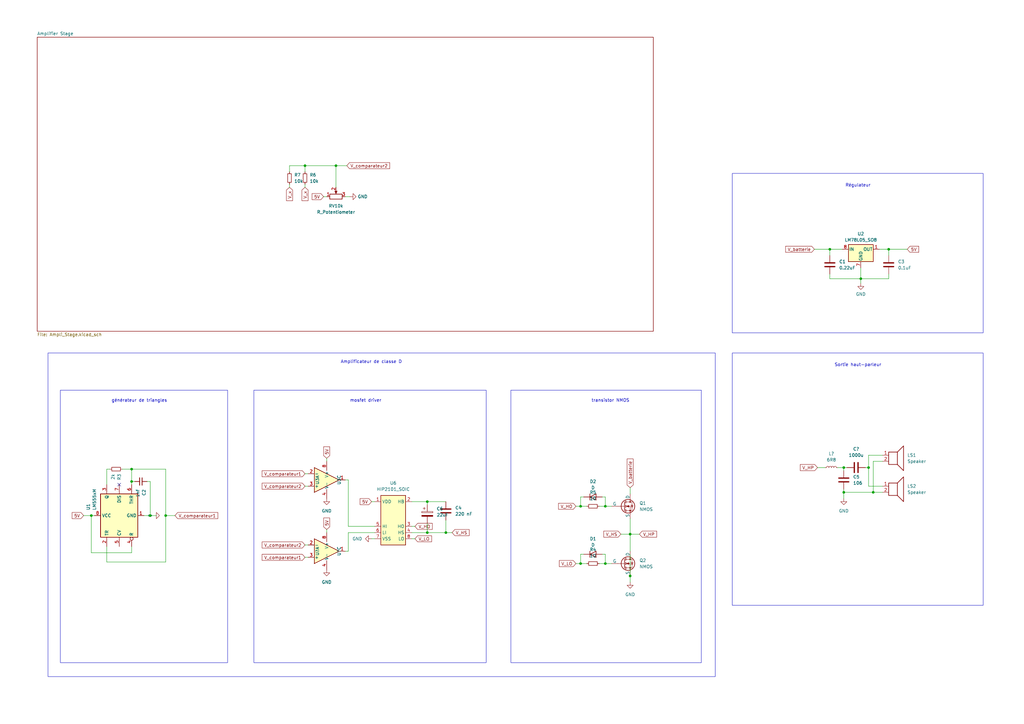
<source format=kicad_sch>
(kicad_sch (version 20230121) (generator eeschema)

  (uuid 66441ee1-468f-4b1d-85c6-aabbd1c311ea)

  (paper "A3")

  (lib_symbols
    (symbol "Amplifier_Operational:NJM4558" (pin_names (offset 0.127)) (in_bom yes) (on_board yes)
      (property "Reference" "U" (at 0 5.08 0)
        (effects (font (size 1.27 1.27)) (justify left))
      )
      (property "Value" "NJM4558" (at 0 -5.08 0)
        (effects (font (size 1.27 1.27)) (justify left))
      )
      (property "Footprint" "" (at 0 0 0)
        (effects (font (size 1.27 1.27)) hide)
      )
      (property "Datasheet" "http://www.njr.com/semicon/PDF/NJM4558_NJM4559_E.pdf" (at 0 0 0)
        (effects (font (size 1.27 1.27)) hide)
      )
      (property "ki_locked" "" (at 0 0 0)
        (effects (font (size 1.27 1.27)))
      )
      (property "ki_keywords" "dual opamp" (at 0 0 0)
        (effects (font (size 1.27 1.27)) hide)
      )
      (property "ki_description" "Dual Operational Amplifier, DIP-8/DMP-8/SIP-8/SOP-8/SSOP-8" (at 0 0 0)
        (effects (font (size 1.27 1.27)) hide)
      )
      (property "ki_fp_filters" "SOIC*3.9x4.9mm*P1.27mm* DIP*W7.62mm* TO*99* OnSemi*Micro8* TSSOP*3x3mm*P0.65mm* TSSOP*4.4x3mm*P0.65mm* MSOP*3x3mm*P0.65mm* SSOP*3.9x4.9mm*P0.635mm* LFCSP*2x2mm*P0.5mm* *SIP* SOIC*5.3x6.2mm*P1.27mm*" (at 0 0 0)
        (effects (font (size 1.27 1.27)) hide)
      )
      (symbol "NJM4558_1_1"
        (polyline
          (pts
            (xy -5.08 5.08)
            (xy 5.08 0)
            (xy -5.08 -5.08)
            (xy -5.08 5.08)
          )
          (stroke (width 0.254) (type default))
          (fill (type background))
        )
        (pin output line (at 7.62 0 180) (length 2.54)
          (name "~" (effects (font (size 1.27 1.27))))
          (number "1" (effects (font (size 1.27 1.27))))
        )
        (pin input line (at -7.62 -2.54 0) (length 2.54)
          (name "-" (effects (font (size 1.27 1.27))))
          (number "2" (effects (font (size 1.27 1.27))))
        )
        (pin input line (at -7.62 2.54 0) (length 2.54)
          (name "+" (effects (font (size 1.27 1.27))))
          (number "3" (effects (font (size 1.27 1.27))))
        )
      )
      (symbol "NJM4558_2_1"
        (polyline
          (pts
            (xy -5.08 5.08)
            (xy 5.08 0)
            (xy -5.08 -5.08)
            (xy -5.08 5.08)
          )
          (stroke (width 0.254) (type default))
          (fill (type background))
        )
        (pin input line (at -7.62 2.54 0) (length 2.54)
          (name "+" (effects (font (size 1.27 1.27))))
          (number "5" (effects (font (size 1.27 1.27))))
        )
        (pin input line (at -7.62 -2.54 0) (length 2.54)
          (name "-" (effects (font (size 1.27 1.27))))
          (number "6" (effects (font (size 1.27 1.27))))
        )
        (pin output line (at 7.62 0 180) (length 2.54)
          (name "~" (effects (font (size 1.27 1.27))))
          (number "7" (effects (font (size 1.27 1.27))))
        )
      )
      (symbol "NJM4558_3_1"
        (pin power_in line (at -2.54 -7.62 90) (length 3.81)
          (name "V-" (effects (font (size 1.27 1.27))))
          (number "4" (effects (font (size 1.27 1.27))))
        )
        (pin power_in line (at -2.54 7.62 270) (length 3.81)
          (name "V+" (effects (font (size 1.27 1.27))))
          (number "8" (effects (font (size 1.27 1.27))))
        )
      )
    )
    (symbol "Device:C" (pin_numbers hide) (pin_names (offset 0.254)) (in_bom yes) (on_board yes)
      (property "Reference" "C" (at 0.635 2.54 0)
        (effects (font (size 1.27 1.27)) (justify left))
      )
      (property "Value" "C" (at 0.635 -2.54 0)
        (effects (font (size 1.27 1.27)) (justify left))
      )
      (property "Footprint" "" (at 0.9652 -3.81 0)
        (effects (font (size 1.27 1.27)) hide)
      )
      (property "Datasheet" "~" (at 0 0 0)
        (effects (font (size 1.27 1.27)) hide)
      )
      (property "ki_keywords" "cap capacitor" (at 0 0 0)
        (effects (font (size 1.27 1.27)) hide)
      )
      (property "ki_description" "Unpolarized capacitor" (at 0 0 0)
        (effects (font (size 1.27 1.27)) hide)
      )
      (property "ki_fp_filters" "C_*" (at 0 0 0)
        (effects (font (size 1.27 1.27)) hide)
      )
      (symbol "C_0_1"
        (polyline
          (pts
            (xy -2.032 -0.762)
            (xy 2.032 -0.762)
          )
          (stroke (width 0.508) (type default))
          (fill (type none))
        )
        (polyline
          (pts
            (xy -2.032 0.762)
            (xy 2.032 0.762)
          )
          (stroke (width 0.508) (type default))
          (fill (type none))
        )
      )
      (symbol "C_1_1"
        (pin passive line (at 0 3.81 270) (length 2.794)
          (name "~" (effects (font (size 1.27 1.27))))
          (number "1" (effects (font (size 1.27 1.27))))
        )
        (pin passive line (at 0 -3.81 90) (length 2.794)
          (name "~" (effects (font (size 1.27 1.27))))
          (number "2" (effects (font (size 1.27 1.27))))
        )
      )
    )
    (symbol "Device:C_Polarized" (pin_numbers hide) (pin_names (offset 0.254)) (in_bom yes) (on_board yes)
      (property "Reference" "C" (at 0.635 2.54 0)
        (effects (font (size 1.27 1.27)) (justify left))
      )
      (property "Value" "C_Polarized" (at 0.635 -2.54 0)
        (effects (font (size 1.27 1.27)) (justify left))
      )
      (property "Footprint" "" (at 0.9652 -3.81 0)
        (effects (font (size 1.27 1.27)) hide)
      )
      (property "Datasheet" "~" (at 0 0 0)
        (effects (font (size 1.27 1.27)) hide)
      )
      (property "ki_keywords" "cap capacitor" (at 0 0 0)
        (effects (font (size 1.27 1.27)) hide)
      )
      (property "ki_description" "Polarized capacitor" (at 0 0 0)
        (effects (font (size 1.27 1.27)) hide)
      )
      (property "ki_fp_filters" "CP_*" (at 0 0 0)
        (effects (font (size 1.27 1.27)) hide)
      )
      (symbol "C_Polarized_0_1"
        (rectangle (start -2.286 0.508) (end 2.286 1.016)
          (stroke (width 0) (type default))
          (fill (type none))
        )
        (polyline
          (pts
            (xy -1.778 2.286)
            (xy -0.762 2.286)
          )
          (stroke (width 0) (type default))
          (fill (type none))
        )
        (polyline
          (pts
            (xy -1.27 2.794)
            (xy -1.27 1.778)
          )
          (stroke (width 0) (type default))
          (fill (type none))
        )
        (rectangle (start 2.286 -0.508) (end -2.286 -1.016)
          (stroke (width 0) (type default))
          (fill (type outline))
        )
      )
      (symbol "C_Polarized_1_1"
        (pin passive line (at 0 3.81 270) (length 2.794)
          (name "~" (effects (font (size 1.27 1.27))))
          (number "1" (effects (font (size 1.27 1.27))))
        )
        (pin passive line (at 0 -3.81 90) (length 2.794)
          (name "~" (effects (font (size 1.27 1.27))))
          (number "2" (effects (font (size 1.27 1.27))))
        )
      )
    )
    (symbol "Device:C_Small" (pin_numbers hide) (pin_names (offset 0.254) hide) (in_bom yes) (on_board yes)
      (property "Reference" "C" (at 0.254 1.778 0)
        (effects (font (size 1.27 1.27)) (justify left))
      )
      (property "Value" "C_Small" (at 0.254 -2.032 0)
        (effects (font (size 1.27 1.27)) (justify left))
      )
      (property "Footprint" "" (at 0 0 0)
        (effects (font (size 1.27 1.27)) hide)
      )
      (property "Datasheet" "~" (at 0 0 0)
        (effects (font (size 1.27 1.27)) hide)
      )
      (property "ki_keywords" "capacitor cap" (at 0 0 0)
        (effects (font (size 1.27 1.27)) hide)
      )
      (property "ki_description" "Unpolarized capacitor, small symbol" (at 0 0 0)
        (effects (font (size 1.27 1.27)) hide)
      )
      (property "ki_fp_filters" "C_*" (at 0 0 0)
        (effects (font (size 1.27 1.27)) hide)
      )
      (symbol "C_Small_0_1"
        (polyline
          (pts
            (xy -1.524 -0.508)
            (xy 1.524 -0.508)
          )
          (stroke (width 0.3302) (type default))
          (fill (type none))
        )
        (polyline
          (pts
            (xy -1.524 0.508)
            (xy 1.524 0.508)
          )
          (stroke (width 0.3048) (type default))
          (fill (type none))
        )
      )
      (symbol "C_Small_1_1"
        (pin passive line (at 0 2.54 270) (length 2.032)
          (name "~" (effects (font (size 1.27 1.27))))
          (number "1" (effects (font (size 1.27 1.27))))
        )
        (pin passive line (at 0 -2.54 90) (length 2.032)
          (name "~" (effects (font (size 1.27 1.27))))
          (number "2" (effects (font (size 1.27 1.27))))
        )
      )
    )
    (symbol "Device:D" (pin_numbers hide) (pin_names (offset 1.016) hide) (in_bom yes) (on_board yes)
      (property "Reference" "D" (at 0 2.54 0)
        (effects (font (size 1.27 1.27)))
      )
      (property "Value" "D" (at 0 -2.54 0)
        (effects (font (size 1.27 1.27)))
      )
      (property "Footprint" "" (at 0 0 0)
        (effects (font (size 1.27 1.27)) hide)
      )
      (property "Datasheet" "~" (at 0 0 0)
        (effects (font (size 1.27 1.27)) hide)
      )
      (property "Sim.Device" "D" (at 0 0 0)
        (effects (font (size 1.27 1.27)) hide)
      )
      (property "Sim.Pins" "1=K 2=A" (at 0 0 0)
        (effects (font (size 1.27 1.27)) hide)
      )
      (property "ki_keywords" "diode" (at 0 0 0)
        (effects (font (size 1.27 1.27)) hide)
      )
      (property "ki_description" "Diode" (at 0 0 0)
        (effects (font (size 1.27 1.27)) hide)
      )
      (property "ki_fp_filters" "TO-???* *_Diode_* *SingleDiode* D_*" (at 0 0 0)
        (effects (font (size 1.27 1.27)) hide)
      )
      (symbol "D_0_1"
        (polyline
          (pts
            (xy -1.27 1.27)
            (xy -1.27 -1.27)
          )
          (stroke (width 0.254) (type default))
          (fill (type none))
        )
        (polyline
          (pts
            (xy 1.27 0)
            (xy -1.27 0)
          )
          (stroke (width 0) (type default))
          (fill (type none))
        )
        (polyline
          (pts
            (xy 1.27 1.27)
            (xy 1.27 -1.27)
            (xy -1.27 0)
            (xy 1.27 1.27)
          )
          (stroke (width 0.254) (type default))
          (fill (type none))
        )
      )
      (symbol "D_1_1"
        (pin passive line (at -3.81 0 0) (length 2.54)
          (name "K" (effects (font (size 1.27 1.27))))
          (number "1" (effects (font (size 1.27 1.27))))
        )
        (pin passive line (at 3.81 0 180) (length 2.54)
          (name "A" (effects (font (size 1.27 1.27))))
          (number "2" (effects (font (size 1.27 1.27))))
        )
      )
    )
    (symbol "Device:L_Small" (pin_numbers hide) (pin_names (offset 0.254) hide) (in_bom yes) (on_board yes)
      (property "Reference" "L" (at 0.762 1.016 0)
        (effects (font (size 1.27 1.27)) (justify left))
      )
      (property "Value" "L_Small" (at 0.762 -1.016 0)
        (effects (font (size 1.27 1.27)) (justify left))
      )
      (property "Footprint" "" (at 0 0 0)
        (effects (font (size 1.27 1.27)) hide)
      )
      (property "Datasheet" "~" (at 0 0 0)
        (effects (font (size 1.27 1.27)) hide)
      )
      (property "ki_keywords" "inductor choke coil reactor magnetic" (at 0 0 0)
        (effects (font (size 1.27 1.27)) hide)
      )
      (property "ki_description" "Inductor, small symbol" (at 0 0 0)
        (effects (font (size 1.27 1.27)) hide)
      )
      (property "ki_fp_filters" "Choke_* *Coil* Inductor_* L_*" (at 0 0 0)
        (effects (font (size 1.27 1.27)) hide)
      )
      (symbol "L_Small_0_1"
        (arc (start 0 -2.032) (mid 0.5058 -1.524) (end 0 -1.016)
          (stroke (width 0) (type default))
          (fill (type none))
        )
        (arc (start 0 -1.016) (mid 0.5058 -0.508) (end 0 0)
          (stroke (width 0) (type default))
          (fill (type none))
        )
        (arc (start 0 0) (mid 0.5058 0.508) (end 0 1.016)
          (stroke (width 0) (type default))
          (fill (type none))
        )
        (arc (start 0 1.016) (mid 0.5058 1.524) (end 0 2.032)
          (stroke (width 0) (type default))
          (fill (type none))
        )
      )
      (symbol "L_Small_1_1"
        (pin passive line (at 0 2.54 270) (length 0.508)
          (name "~" (effects (font (size 1.27 1.27))))
          (number "1" (effects (font (size 1.27 1.27))))
        )
        (pin passive line (at 0 -2.54 90) (length 0.508)
          (name "~" (effects (font (size 1.27 1.27))))
          (number "2" (effects (font (size 1.27 1.27))))
        )
      )
    )
    (symbol "Device:R_Potentiometer" (pin_names (offset 1.016) hide) (in_bom yes) (on_board yes)
      (property "Reference" "RV" (at -4.445 0 90)
        (effects (font (size 1.27 1.27)))
      )
      (property "Value" "R_Potentiometer" (at -2.54 0 90)
        (effects (font (size 1.27 1.27)))
      )
      (property "Footprint" "" (at 0 0 0)
        (effects (font (size 1.27 1.27)) hide)
      )
      (property "Datasheet" "~" (at 0 0 0)
        (effects (font (size 1.27 1.27)) hide)
      )
      (property "ki_keywords" "resistor variable" (at 0 0 0)
        (effects (font (size 1.27 1.27)) hide)
      )
      (property "ki_description" "Potentiometer" (at 0 0 0)
        (effects (font (size 1.27 1.27)) hide)
      )
      (property "ki_fp_filters" "Potentiometer*" (at 0 0 0)
        (effects (font (size 1.27 1.27)) hide)
      )
      (symbol "R_Potentiometer_0_1"
        (polyline
          (pts
            (xy 2.54 0)
            (xy 1.524 0)
          )
          (stroke (width 0) (type default))
          (fill (type none))
        )
        (polyline
          (pts
            (xy 1.143 0)
            (xy 2.286 0.508)
            (xy 2.286 -0.508)
            (xy 1.143 0)
          )
          (stroke (width 0) (type default))
          (fill (type outline))
        )
        (rectangle (start 1.016 2.54) (end -1.016 -2.54)
          (stroke (width 0.254) (type default))
          (fill (type none))
        )
      )
      (symbol "R_Potentiometer_1_1"
        (pin passive line (at 0 3.81 270) (length 1.27)
          (name "1" (effects (font (size 1.27 1.27))))
          (number "1" (effects (font (size 1.27 1.27))))
        )
        (pin passive line (at 3.81 0 180) (length 1.27)
          (name "2" (effects (font (size 1.27 1.27))))
          (number "2" (effects (font (size 1.27 1.27))))
        )
        (pin passive line (at 0 -3.81 90) (length 1.27)
          (name "3" (effects (font (size 1.27 1.27))))
          (number "3" (effects (font (size 1.27 1.27))))
        )
      )
    )
    (symbol "Device:R_Small" (pin_numbers hide) (pin_names (offset 0.254) hide) (in_bom yes) (on_board yes)
      (property "Reference" "R" (at 0.762 0.508 0)
        (effects (font (size 1.27 1.27)) (justify left))
      )
      (property "Value" "R_Small" (at 0.762 -1.016 0)
        (effects (font (size 1.27 1.27)) (justify left))
      )
      (property "Footprint" "" (at 0 0 0)
        (effects (font (size 1.27 1.27)) hide)
      )
      (property "Datasheet" "~" (at 0 0 0)
        (effects (font (size 1.27 1.27)) hide)
      )
      (property "ki_keywords" "R resistor" (at 0 0 0)
        (effects (font (size 1.27 1.27)) hide)
      )
      (property "ki_description" "Resistor, small symbol" (at 0 0 0)
        (effects (font (size 1.27 1.27)) hide)
      )
      (property "ki_fp_filters" "R_*" (at 0 0 0)
        (effects (font (size 1.27 1.27)) hide)
      )
      (symbol "R_Small_0_1"
        (rectangle (start -0.762 1.778) (end 0.762 -1.778)
          (stroke (width 0.2032) (type default))
          (fill (type none))
        )
      )
      (symbol "R_Small_1_1"
        (pin passive line (at 0 2.54 270) (length 0.762)
          (name "~" (effects (font (size 1.27 1.27))))
          (number "1" (effects (font (size 1.27 1.27))))
        )
        (pin passive line (at 0 -2.54 90) (length 0.762)
          (name "~" (effects (font (size 1.27 1.27))))
          (number "2" (effects (font (size 1.27 1.27))))
        )
      )
    )
    (symbol "Device:Speaker" (pin_names (offset 0) hide) (in_bom yes) (on_board yes)
      (property "Reference" "LS" (at 1.27 5.715 0)
        (effects (font (size 1.27 1.27)) (justify right))
      )
      (property "Value" "Speaker" (at 1.27 3.81 0)
        (effects (font (size 1.27 1.27)) (justify right))
      )
      (property "Footprint" "" (at 0 -5.08 0)
        (effects (font (size 1.27 1.27)) hide)
      )
      (property "Datasheet" "~" (at -0.254 -1.27 0)
        (effects (font (size 1.27 1.27)) hide)
      )
      (property "ki_keywords" "speaker sound" (at 0 0 0)
        (effects (font (size 1.27 1.27)) hide)
      )
      (property "ki_description" "Speaker" (at 0 0 0)
        (effects (font (size 1.27 1.27)) hide)
      )
      (symbol "Speaker_0_0"
        (rectangle (start -2.54 1.27) (end 1.016 -3.81)
          (stroke (width 0.254) (type default))
          (fill (type none))
        )
        (polyline
          (pts
            (xy 1.016 1.27)
            (xy 3.556 3.81)
            (xy 3.556 -6.35)
            (xy 1.016 -3.81)
          )
          (stroke (width 0.254) (type default))
          (fill (type none))
        )
      )
      (symbol "Speaker_1_1"
        (pin input line (at -5.08 0 0) (length 2.54)
          (name "1" (effects (font (size 1.27 1.27))))
          (number "1" (effects (font (size 1.27 1.27))))
        )
        (pin input line (at -5.08 -2.54 0) (length 2.54)
          (name "2" (effects (font (size 1.27 1.27))))
          (number "2" (effects (font (size 1.27 1.27))))
        )
      )
    )
    (symbol "Driver_FET:HIP2101_SOIC" (in_bom yes) (on_board yes)
      (property "Reference" "U" (at 0 13.335 0)
        (effects (font (size 1.27 1.27)))
      )
      (property "Value" "HIP2101_SOIC" (at 0 11.43 0)
        (effects (font (size 1.27 1.27)))
      )
      (property "Footprint" "Package_SO:SOIC-8_3.9x4.9mm_P1.27mm" (at 0 -12.7 0)
        (effects (font (size 1.27 1.27) italic) hide)
      )
      (property "Datasheet" "http://www.intersil.com/content/dam/Intersil/documents/hip2/hip2101.pdf" (at 0 -13.97 0)
        (effects (font (size 1.27 1.27)) hide)
      )
      (property "ki_keywords" "Half Bridge Gate Driver" (at 0 0 0)
        (effects (font (size 1.27 1.27)) hide)
      )
      (property "ki_description" "High Frequency Half Bridge Driver, TTL/CMOS inputs, Output Current 2.0A, 100V, SOIC-8" (at 0 0 0)
        (effects (font (size 1.27 1.27)) hide)
      )
      (property "ki_fp_filters" "SOIC*3.9x4.9mm*P1.27mm*" (at 0 0 0)
        (effects (font (size 1.27 1.27)) hide)
      )
      (symbol "HIP2101_SOIC_0_1"
        (rectangle (start -5.08 -10.16) (end 5.08 10.16)
          (stroke (width 0.254) (type default))
          (fill (type background))
        )
      )
      (symbol "HIP2101_SOIC_1_1"
        (pin power_in line (at -7.62 7.62 0) (length 2.54)
          (name "VDD" (effects (font (size 1.27 1.27))))
          (number "1" (effects (font (size 1.27 1.27))))
        )
        (pin passive line (at 7.62 7.62 180) (length 2.54)
          (name "HB" (effects (font (size 1.27 1.27))))
          (number "2" (effects (font (size 1.27 1.27))))
        )
        (pin output line (at 7.62 -2.54 180) (length 2.54)
          (name "HO" (effects (font (size 1.27 1.27))))
          (number "3" (effects (font (size 1.27 1.27))))
        )
        (pin passive line (at 7.62 -5.08 180) (length 2.54)
          (name "HS" (effects (font (size 1.27 1.27))))
          (number "4" (effects (font (size 1.27 1.27))))
        )
        (pin input line (at -7.62 -2.54 0) (length 2.54)
          (name "HI" (effects (font (size 1.27 1.27))))
          (number "5" (effects (font (size 1.27 1.27))))
        )
        (pin input line (at -7.62 -5.08 0) (length 2.54)
          (name "LI" (effects (font (size 1.27 1.27))))
          (number "6" (effects (font (size 1.27 1.27))))
        )
        (pin power_in line (at -7.62 -7.62 0) (length 2.54)
          (name "VSS" (effects (font (size 1.27 1.27))))
          (number "7" (effects (font (size 1.27 1.27))))
        )
        (pin output line (at 7.62 -7.62 180) (length 2.54)
          (name "LO" (effects (font (size 1.27 1.27))))
          (number "8" (effects (font (size 1.27 1.27))))
        )
      )
    )
    (symbol "Regulator_Linear:LM78L05_SO8" (pin_names (offset 0.254)) (in_bom yes) (on_board yes)
      (property "Reference" "U" (at -3.81 3.175 0)
        (effects (font (size 1.27 1.27)))
      )
      (property "Value" "LM78L05_SO8" (at 0 3.175 0)
        (effects (font (size 1.27 1.27)) (justify left))
      )
      (property "Footprint" "Package_SO:SOIC-8_3.9x4.9mm_P1.27mm" (at 2.54 5.08 0)
        (effects (font (size 1.27 1.27) italic) hide)
      )
      (property "Datasheet" "https://www.onsemi.com/pub/Collateral/MC78L06A-D.pdf" (at 5.08 0 0)
        (effects (font (size 1.27 1.27)) hide)
      )
      (property "ki_keywords" "Voltage Regulator 100mA Positive" (at 0 0 0)
        (effects (font (size 1.27 1.27)) hide)
      )
      (property "ki_description" "Positive 100mA 30V Linear Regulator, Fixed Output 5V, SO-8" (at 0 0 0)
        (effects (font (size 1.27 1.27)) hide)
      )
      (property "ki_fp_filters" "SOIC*3.9x4.9mm*P1.27mm*" (at 0 0 0)
        (effects (font (size 1.27 1.27)) hide)
      )
      (symbol "LM78L05_SO8_0_1"
        (rectangle (start -5.08 1.905) (end 5.08 -5.08)
          (stroke (width 0.254) (type default))
          (fill (type background))
        )
      )
      (symbol "LM78L05_SO8_1_1"
        (pin power_out line (at 7.62 0 180) (length 2.54)
          (name "OUT" (effects (font (size 1.27 1.27))))
          (number "1" (effects (font (size 1.27 1.27))))
        )
        (pin passive line (at 0 -7.62 90) (length 2.54) hide
          (name "GND" (effects (font (size 1.27 1.27))))
          (number "2" (effects (font (size 1.27 1.27))))
        )
        (pin passive line (at 0 -7.62 90) (length 2.54) hide
          (name "GND" (effects (font (size 1.27 1.27))))
          (number "3" (effects (font (size 1.27 1.27))))
        )
        (pin no_connect line (at -5.08 -2.54 0) (length 2.54) hide
          (name "NC" (effects (font (size 1.27 1.27))))
          (number "4" (effects (font (size 1.27 1.27))))
        )
        (pin no_connect line (at 5.08 -2.54 180) (length 2.54) hide
          (name "NC" (effects (font (size 1.27 1.27))))
          (number "5" (effects (font (size 1.27 1.27))))
        )
        (pin passive line (at 0 -7.62 90) (length 2.54) hide
          (name "GND" (effects (font (size 1.27 1.27))))
          (number "6" (effects (font (size 1.27 1.27))))
        )
        (pin power_in line (at 0 -7.62 90) (length 2.54)
          (name "GND" (effects (font (size 1.27 1.27))))
          (number "7" (effects (font (size 1.27 1.27))))
        )
        (pin power_in line (at -7.62 0 0) (length 2.54)
          (name "IN" (effects (font (size 1.27 1.27))))
          (number "8" (effects (font (size 1.27 1.27))))
        )
      )
    )
    (symbol "Simulation_SPICE:0" (power) (pin_names (offset 0)) (in_bom yes) (on_board yes)
      (property "Reference" "#GND" (at 0 -2.54 0)
        (effects (font (size 1.27 1.27)) hide)
      )
      (property "Value" "0" (at 0 -1.778 0)
        (effects (font (size 1.27 1.27)))
      )
      (property "Footprint" "" (at 0 0 0)
        (effects (font (size 1.27 1.27)) hide)
      )
      (property "Datasheet" "~" (at 0 0 0)
        (effects (font (size 1.27 1.27)) hide)
      )
      (property "ki_keywords" "simulation" (at 0 0 0)
        (effects (font (size 1.27 1.27)) hide)
      )
      (property "ki_description" "0V reference potential for simulation" (at 0 0 0)
        (effects (font (size 1.27 1.27)) hide)
      )
      (symbol "0_0_1"
        (polyline
          (pts
            (xy -1.27 0)
            (xy 0 -1.27)
            (xy 1.27 0)
            (xy -1.27 0)
          )
          (stroke (width 0) (type default))
          (fill (type none))
        )
      )
      (symbol "0_1_1"
        (pin power_in line (at 0 0 0) (length 0) hide
          (name "0" (effects (font (size 1.016 1.016))))
          (number "1" (effects (font (size 1.016 1.016))))
        )
      )
    )
    (symbol "Simulation_SPICE:NMOS" (pin_numbers hide) (pin_names (offset 0)) (in_bom yes) (on_board yes)
      (property "Reference" "Q" (at 5.08 1.27 0)
        (effects (font (size 1.27 1.27)) (justify left))
      )
      (property "Value" "NMOS" (at 5.08 -1.27 0)
        (effects (font (size 1.27 1.27)) (justify left))
      )
      (property "Footprint" "" (at 5.08 2.54 0)
        (effects (font (size 1.27 1.27)) hide)
      )
      (property "Datasheet" "https://ngspice.sourceforge.io/docs/ngspice-manual.pdf" (at 0 -12.7 0)
        (effects (font (size 1.27 1.27)) hide)
      )
      (property "Sim.Device" "NMOS" (at 0 -17.145 0)
        (effects (font (size 1.27 1.27)) hide)
      )
      (property "Sim.Type" "VDMOS" (at 0 -19.05 0)
        (effects (font (size 1.27 1.27)) hide)
      )
      (property "Sim.Pins" "1=D 2=G 3=S" (at 0 -15.24 0)
        (effects (font (size 1.27 1.27)) hide)
      )
      (property "ki_keywords" "transistor NMOS N-MOS N-MOSFET simulation" (at 0 0 0)
        (effects (font (size 1.27 1.27)) hide)
      )
      (property "ki_description" "N-MOSFET transistor, drain/source/gate" (at 0 0 0)
        (effects (font (size 1.27 1.27)) hide)
      )
      (symbol "NMOS_0_1"
        (polyline
          (pts
            (xy 0.254 0)
            (xy -2.54 0)
          )
          (stroke (width 0) (type default))
          (fill (type none))
        )
        (polyline
          (pts
            (xy 0.254 1.905)
            (xy 0.254 -1.905)
          )
          (stroke (width 0.254) (type default))
          (fill (type none))
        )
        (polyline
          (pts
            (xy 0.762 -1.27)
            (xy 0.762 -2.286)
          )
          (stroke (width 0.254) (type default))
          (fill (type none))
        )
        (polyline
          (pts
            (xy 0.762 0.508)
            (xy 0.762 -0.508)
          )
          (stroke (width 0.254) (type default))
          (fill (type none))
        )
        (polyline
          (pts
            (xy 0.762 2.286)
            (xy 0.762 1.27)
          )
          (stroke (width 0.254) (type default))
          (fill (type none))
        )
        (polyline
          (pts
            (xy 2.54 2.54)
            (xy 2.54 1.778)
          )
          (stroke (width 0) (type default))
          (fill (type none))
        )
        (polyline
          (pts
            (xy 2.54 -2.54)
            (xy 2.54 0)
            (xy 0.762 0)
          )
          (stroke (width 0) (type default))
          (fill (type none))
        )
        (polyline
          (pts
            (xy 0.762 -1.778)
            (xy 3.302 -1.778)
            (xy 3.302 1.778)
            (xy 0.762 1.778)
          )
          (stroke (width 0) (type default))
          (fill (type none))
        )
        (polyline
          (pts
            (xy 1.016 0)
            (xy 2.032 0.381)
            (xy 2.032 -0.381)
            (xy 1.016 0)
          )
          (stroke (width 0) (type default))
          (fill (type outline))
        )
        (polyline
          (pts
            (xy 2.794 0.508)
            (xy 2.921 0.381)
            (xy 3.683 0.381)
            (xy 3.81 0.254)
          )
          (stroke (width 0) (type default))
          (fill (type none))
        )
        (polyline
          (pts
            (xy 3.302 0.381)
            (xy 2.921 -0.254)
            (xy 3.683 -0.254)
            (xy 3.302 0.381)
          )
          (stroke (width 0) (type default))
          (fill (type none))
        )
        (circle (center 1.651 0) (radius 2.794)
          (stroke (width 0.254) (type default))
          (fill (type none))
        )
        (circle (center 2.54 -1.778) (radius 0.254)
          (stroke (width 0) (type default))
          (fill (type outline))
        )
        (circle (center 2.54 1.778) (radius 0.254)
          (stroke (width 0) (type default))
          (fill (type outline))
        )
      )
      (symbol "NMOS_1_1"
        (pin passive line (at 2.54 5.08 270) (length 2.54)
          (name "D" (effects (font (size 1.27 1.27))))
          (number "1" (effects (font (size 1.27 1.27))))
        )
        (pin input line (at -5.08 0 0) (length 2.54)
          (name "G" (effects (font (size 1.27 1.27))))
          (number "2" (effects (font (size 1.27 1.27))))
        )
        (pin passive line (at 2.54 -5.08 90) (length 2.54)
          (name "S" (effects (font (size 1.27 1.27))))
          (number "3" (effects (font (size 1.27 1.27))))
        )
      )
    )
    (symbol "Timer:LM555xM" (in_bom yes) (on_board yes)
      (property "Reference" "U" (at -10.16 8.89 0)
        (effects (font (size 1.27 1.27)) (justify left))
      )
      (property "Value" "LM555xM" (at 2.54 8.89 0)
        (effects (font (size 1.27 1.27)) (justify left))
      )
      (property "Footprint" "Package_SO:SOIC-8_3.9x4.9mm_P1.27mm" (at 21.59 -10.16 0)
        (effects (font (size 1.27 1.27)) hide)
      )
      (property "Datasheet" "http://www.ti.com/lit/ds/symlink/lm555.pdf" (at 21.59 -10.16 0)
        (effects (font (size 1.27 1.27)) hide)
      )
      (property "ki_keywords" "single timer 555" (at 0 0 0)
        (effects (font (size 1.27 1.27)) hide)
      )
      (property "ki_description" "Timer, 555 compatible, SOIC-8" (at 0 0 0)
        (effects (font (size 1.27 1.27)) hide)
      )
      (property "ki_fp_filters" "SOIC*3.9x4.9mm*P1.27mm*" (at 0 0 0)
        (effects (font (size 1.27 1.27)) hide)
      )
      (symbol "LM555xM_0_0"
        (pin power_in line (at 0 -10.16 90) (length 2.54)
          (name "GND" (effects (font (size 1.27 1.27))))
          (number "1" (effects (font (size 1.27 1.27))))
        )
        (pin power_in line (at 0 10.16 270) (length 2.54)
          (name "VCC" (effects (font (size 1.27 1.27))))
          (number "8" (effects (font (size 1.27 1.27))))
        )
      )
      (symbol "LM555xM_0_1"
        (rectangle (start -8.89 -7.62) (end 8.89 7.62)
          (stroke (width 0.254) (type default))
          (fill (type background))
        )
        (rectangle (start -8.89 -7.62) (end 8.89 7.62)
          (stroke (width 0.254) (type default))
          (fill (type background))
        )
      )
      (symbol "LM555xM_1_1"
        (pin input line (at -12.7 5.08 0) (length 3.81)
          (name "TR" (effects (font (size 1.27 1.27))))
          (number "2" (effects (font (size 1.27 1.27))))
        )
        (pin output line (at 12.7 5.08 180) (length 3.81)
          (name "Q" (effects (font (size 1.27 1.27))))
          (number "3" (effects (font (size 1.27 1.27))))
        )
        (pin input inverted (at -12.7 -5.08 0) (length 3.81)
          (name "R" (effects (font (size 1.27 1.27))))
          (number "4" (effects (font (size 1.27 1.27))))
        )
        (pin input line (at -12.7 0 0) (length 3.81)
          (name "CV" (effects (font (size 1.27 1.27))))
          (number "5" (effects (font (size 1.27 1.27))))
        )
        (pin input line (at 12.7 -5.08 180) (length 3.81)
          (name "THR" (effects (font (size 1.27 1.27))))
          (number "6" (effects (font (size 1.27 1.27))))
        )
        (pin input line (at 12.7 0 180) (length 3.81)
          (name "DIS" (effects (font (size 1.27 1.27))))
          (number "7" (effects (font (size 1.27 1.27))))
        )
      )
    )
    (symbol "power:GND" (power) (pin_names (offset 0)) (in_bom yes) (on_board yes)
      (property "Reference" "#PWR" (at 0 -6.35 0)
        (effects (font (size 1.27 1.27)) hide)
      )
      (property "Value" "GND" (at 0 -3.81 0)
        (effects (font (size 1.27 1.27)))
      )
      (property "Footprint" "" (at 0 0 0)
        (effects (font (size 1.27 1.27)) hide)
      )
      (property "Datasheet" "" (at 0 0 0)
        (effects (font (size 1.27 1.27)) hide)
      )
      (property "ki_keywords" "global power" (at 0 0 0)
        (effects (font (size 1.27 1.27)) hide)
      )
      (property "ki_description" "Power symbol creates a global label with name \"GND\" , ground" (at 0 0 0)
        (effects (font (size 1.27 1.27)) hide)
      )
      (symbol "GND_0_1"
        (polyline
          (pts
            (xy 0 0)
            (xy 0 -1.27)
            (xy 1.27 -1.27)
            (xy 0 -2.54)
            (xy -1.27 -1.27)
            (xy 0 -1.27)
          )
          (stroke (width 0) (type default))
          (fill (type none))
        )
      )
      (symbol "GND_1_1"
        (pin power_in line (at 0 0 270) (length 0) hide
          (name "GND" (effects (font (size 1.27 1.27))))
          (number "1" (effects (font (size 1.27 1.27))))
        )
      )
    )
  )

  (junction (at 364.49 102.235) (diameter 0) (color 0 0 0 0)
    (uuid 077b9570-2e8e-40f6-9e61-04200d96a141)
  )
  (junction (at 238.125 231.14) (diameter 0) (color 0 0 0 0)
    (uuid 178e544c-cde8-466c-9b4b-e6d0beb959c5)
  )
  (junction (at 182.88 218.44) (diameter 0) (color 0 0 0 0)
    (uuid 2272f76b-c9f5-4d0e-a168-95a10dbc2bbd)
  )
  (junction (at 340.36 102.235) (diameter 0) (color 0 0 0 0)
    (uuid 238c4244-4aa3-476c-92e1-1cd3a47da973)
  )
  (junction (at 125.095 67.945) (diameter 0) (color 0 0 0 0)
    (uuid 23bc1211-0f64-4310-9d63-342443a4e451)
  )
  (junction (at 258.445 236.22) (diameter 0) (color 0 0 0 0)
    (uuid 312c5da0-3f78-4f98-8a0a-71d9c9b4a3f3)
  )
  (junction (at 346.075 201.93) (diameter 0) (color 0 0 0 0)
    (uuid 34445044-83a4-4be2-9cc1-d8809c7b6b48)
  )
  (junction (at 248.285 231.14) (diameter 0) (color 0 0 0 0)
    (uuid 3f1c25b4-b26b-4c80-977b-8fc780dbaedf)
  )
  (junction (at 53.975 197.485) (diameter 0) (color 0 0 0 0)
    (uuid 4adf420e-1f16-4b96-a72f-0b505748c33a)
  )
  (junction (at 53.975 192.405) (diameter 0) (color 0 0 0 0)
    (uuid 58fb2c9b-9654-4ecd-a76e-4fc52d5cf9d5)
  )
  (junction (at 67.945 211.455) (diameter 0) (color 0 0 0 0)
    (uuid 5ae1cf80-e449-49bd-8930-4c25fc8f9c35)
  )
  (junction (at 346.075 191.77) (diameter 0) (color 0 0 0 0)
    (uuid 7885d8e3-fa4f-498f-828a-29c815896c9f)
  )
  (junction (at 175.26 218.44) (diameter 0) (color 0 0 0 0)
    (uuid 79ef8dd6-e580-413b-85b6-d99844d202f5)
  )
  (junction (at 248.285 207.645) (diameter 0) (color 0 0 0 0)
    (uuid 7d4ae6de-58e8-47ce-8a0c-749f6c2c04e3)
  )
  (junction (at 175.26 205.74) (diameter 0) (color 0 0 0 0)
    (uuid 86e15927-9815-4d6a-86c7-b6d597b73b55)
  )
  (junction (at 37.465 211.455) (diameter 0) (color 0 0 0 0)
    (uuid 92ff6572-d2e3-40c7-90b3-aa1727baefc0)
  )
  (junction (at 238.125 207.645) (diameter 0) (color 0 0 0 0)
    (uuid bdcf1e95-b87b-49d6-9e36-7c4638ebf918)
  )
  (junction (at 61.595 211.455) (diameter 0) (color 0 0 0 0)
    (uuid c35aac05-d90b-4f84-a211-0e4a82917c77)
  )
  (junction (at 358.14 201.93) (diameter 0) (color 0 0 0 0)
    (uuid ce83c03f-efdf-41f2-a21e-bd62433a4985)
  )
  (junction (at 356.235 191.77) (diameter 0) (color 0 0 0 0)
    (uuid cfd26a3d-90f0-4ff5-88ee-f1f159fbf0de)
  )
  (junction (at 353.06 114.3) (diameter 0) (color 0 0 0 0)
    (uuid dc035acb-0ae5-4628-9b71-e2e61e99e78b)
  )
  (junction (at 258.445 219.075) (diameter 0) (color 0 0 0 0)
    (uuid dd571973-043a-4be2-abf8-3faabd7a8bef)
  )
  (junction (at 137.795 67.945) (diameter 0) (color 0 0 0 0)
    (uuid f9fd983e-8c43-4716-a3f1-dd7107620150)
  )

  (no_connect (at 48.895 198.755) (uuid 15a82ff4-02d1-4bc5-80d3-a80ee3d6d278))

  (wire (pts (xy 133.985 187.96) (xy 133.985 189.23))
    (stroke (width 0) (type default))
    (uuid 04c22b25-6586-4548-92db-943ad4d66b49)
  )
  (wire (pts (xy 142.875 218.44) (xy 142.875 226.06))
    (stroke (width 0) (type default))
    (uuid 0679c9f6-ef10-4807-8e19-1baa9ac41259)
  )
  (wire (pts (xy 71.755 211.455) (xy 67.945 211.455))
    (stroke (width 0) (type default))
    (uuid 0746f144-cf58-41fc-bc2e-6f9dc677d4a2)
  )
  (wire (pts (xy 153.67 218.44) (xy 142.875 218.44))
    (stroke (width 0) (type default))
    (uuid 0a644fdc-365a-43c6-8848-dddaa8ae3297)
  )
  (wire (pts (xy 238.125 207.645) (xy 240.665 207.645))
    (stroke (width 0) (type default))
    (uuid 0f2e2023-a3ee-41c4-99c2-578969d58406)
  )
  (wire (pts (xy 364.49 102.235) (xy 364.49 104.775))
    (stroke (width 0) (type default))
    (uuid 0f79ff14-9b79-4689-88be-2fe793d0540d)
  )
  (wire (pts (xy 61.595 211.455) (xy 64.135 211.455))
    (stroke (width 0) (type default))
    (uuid 12cb9e84-5697-4f8b-baaa-c2b932d5f98f)
  )
  (wire (pts (xy 126.365 228.6) (xy 125.095 228.6))
    (stroke (width 0) (type default))
    (uuid 16991f09-c3fe-4ba1-96ed-fb899baca704)
  )
  (wire (pts (xy 141.605 196.85) (xy 142.875 196.85))
    (stroke (width 0) (type default))
    (uuid 174ecfd5-b6c1-4fc0-b763-408d17875082)
  )
  (wire (pts (xy 353.06 109.855) (xy 353.06 114.3))
    (stroke (width 0) (type default))
    (uuid 1c4cf749-bf57-422c-a455-e2c6cd400236)
  )
  (wire (pts (xy 346.075 191.77) (xy 347.345 191.77))
    (stroke (width 0) (type default))
    (uuid 20ae32f2-60f7-4b9c-9178-aa2b79ff3097)
  )
  (wire (pts (xy 53.975 192.405) (xy 53.975 197.485))
    (stroke (width 0) (type default))
    (uuid 215f1886-b0ff-4d55-96a2-4e09a87ef522)
  )
  (wire (pts (xy 53.975 224.155) (xy 53.975 226.695))
    (stroke (width 0) (type default))
    (uuid 224d7041-4c65-4440-aeb0-78ee2cb99e81)
  )
  (wire (pts (xy 248.285 231.14) (xy 250.825 231.14))
    (stroke (width 0) (type default))
    (uuid 24d9a230-d7a6-4750-a63d-84ee527f32b0)
  )
  (wire (pts (xy 361.95 189.23) (xy 358.14 189.23))
    (stroke (width 0) (type default))
    (uuid 26e6dc17-e434-4ab9-8ffb-44ff3242ce05)
  )
  (wire (pts (xy 133.985 217.17) (xy 133.985 218.44))
    (stroke (width 0) (type default))
    (uuid 34d7b759-56d1-4a56-b341-78aec6a02e8f)
  )
  (wire (pts (xy 61.595 197.485) (xy 60.325 197.485))
    (stroke (width 0) (type default))
    (uuid 36c3135c-b633-41b7-a153-7554f9c74bb3)
  )
  (wire (pts (xy 248.285 207.645) (xy 250.825 207.645))
    (stroke (width 0) (type default))
    (uuid 377f18b1-61af-4c45-bda3-c1aed2f0c575)
  )
  (wire (pts (xy 142.875 226.06) (xy 141.605 226.06))
    (stroke (width 0) (type default))
    (uuid 3cebe8f3-86b9-4d73-9f83-8c2e3b55c515)
  )
  (wire (pts (xy 175.26 218.44) (xy 182.88 218.44))
    (stroke (width 0) (type default))
    (uuid 3d22fdc3-5e19-485b-84e0-e314b95b6057)
  )
  (wire (pts (xy 182.88 213.36) (xy 182.88 218.44))
    (stroke (width 0) (type default))
    (uuid 4213f369-d0a6-47dd-b1cf-52145fa77f37)
  )
  (wire (pts (xy 125.095 67.945) (xy 125.095 70.485))
    (stroke (width 0) (type default))
    (uuid 4324da74-ff29-4989-9e59-c95dedde36ae)
  )
  (wire (pts (xy 364.49 114.3) (xy 364.49 112.395))
    (stroke (width 0) (type default))
    (uuid 45893175-a5ba-4703-99d2-832f02031558)
  )
  (wire (pts (xy 45.085 192.405) (xy 43.815 192.405))
    (stroke (width 0) (type default))
    (uuid 45998454-5fba-4007-a1ce-7a2bdf5c3919)
  )
  (wire (pts (xy 345.44 102.235) (xy 340.36 102.235))
    (stroke (width 0) (type default))
    (uuid 47b01b3d-61d0-4f07-be47-e448097a1380)
  )
  (wire (pts (xy 125.095 199.39) (xy 126.365 199.39))
    (stroke (width 0) (type default))
    (uuid 4848680b-b049-46f4-a6b2-9433b0ed7d1f)
  )
  (wire (pts (xy 137.795 67.945) (xy 137.795 76.835))
    (stroke (width 0) (type default))
    (uuid 49bc307b-a641-4085-b80f-38a9c96a0357)
  )
  (wire (pts (xy 175.26 205.74) (xy 175.26 207.01))
    (stroke (width 0) (type default))
    (uuid 54c639e2-af22-4375-895a-1798c43b5786)
  )
  (wire (pts (xy 168.91 205.74) (xy 175.26 205.74))
    (stroke (width 0) (type default))
    (uuid 583f7a6d-d231-4ba2-a587-ce5da83b4745)
  )
  (wire (pts (xy 67.945 230.505) (xy 43.815 230.505))
    (stroke (width 0) (type default))
    (uuid 5f3f90f1-6194-4a52-a7c8-12970736a756)
  )
  (wire (pts (xy 152.4 205.74) (xy 153.67 205.74))
    (stroke (width 0) (type default))
    (uuid 5fd47659-3202-470b-8111-f983921607f9)
  )
  (wire (pts (xy 356.235 199.39) (xy 361.95 199.39))
    (stroke (width 0) (type default))
    (uuid 610afd24-7b47-4052-9729-12165bf0fa12)
  )
  (wire (pts (xy 126.365 194.31) (xy 125.095 194.31))
    (stroke (width 0) (type default))
    (uuid 627e399e-f0f6-4c67-b511-0279bbf74926)
  )
  (wire (pts (xy 356.235 191.77) (xy 356.235 186.69))
    (stroke (width 0) (type default))
    (uuid 62e177a4-db67-4508-8ecc-66b00f352f4d)
  )
  (wire (pts (xy 358.14 189.23) (xy 358.14 201.93))
    (stroke (width 0) (type default))
    (uuid 635f7e33-35e4-44bc-93d5-a65a7393bd86)
  )
  (wire (pts (xy 258.445 219.075) (xy 258.445 226.06))
    (stroke (width 0) (type default))
    (uuid 63cdda4f-c0f3-4a77-8287-8d068c53774e)
  )
  (wire (pts (xy 346.075 200.66) (xy 346.075 201.93))
    (stroke (width 0) (type default))
    (uuid 648edc19-08d1-4995-952d-247179206d66)
  )
  (wire (pts (xy 43.815 230.505) (xy 43.815 224.155))
    (stroke (width 0) (type default))
    (uuid 64f540d5-c777-4b68-a474-7b7d97f38bc9)
  )
  (wire (pts (xy 356.235 191.77) (xy 356.235 199.39))
    (stroke (width 0) (type default))
    (uuid 669a1136-e184-4fe3-be8e-d7603ec0a5f1)
  )
  (wire (pts (xy 335.28 191.77) (xy 338.455 191.77))
    (stroke (width 0) (type default))
    (uuid 67a5893e-a681-4bef-abf9-ed34753216d9)
  )
  (wire (pts (xy 258.445 227.33) (xy 258.445 236.22))
    (stroke (width 0) (type default))
    (uuid 6872e506-0c50-479e-955f-5e5cfa8f70d1)
  )
  (wire (pts (xy 254.635 219.075) (xy 258.445 219.075))
    (stroke (width 0) (type default))
    (uuid 6b0fd45f-8dee-4967-b854-90aae644b355)
  )
  (wire (pts (xy 125.095 67.945) (xy 137.795 67.945))
    (stroke (width 0) (type default))
    (uuid 72b05145-f459-40eb-aeb9-bcf8a1178e64)
  )
  (wire (pts (xy 153.67 215.9) (xy 142.875 215.9))
    (stroke (width 0) (type default))
    (uuid 74d56939-ba24-42eb-a6a3-b9324f0ead90)
  )
  (wire (pts (xy 137.795 67.945) (xy 142.24 67.945))
    (stroke (width 0) (type default))
    (uuid 77d52449-8ea9-45cb-b0b5-9661c51273e6)
  )
  (wire (pts (xy 238.125 227.33) (xy 238.125 231.14))
    (stroke (width 0) (type default))
    (uuid 798c748d-4410-4a6b-9824-7fb39ad4b4f5)
  )
  (wire (pts (xy 248.285 227.33) (xy 248.285 231.14))
    (stroke (width 0) (type default))
    (uuid 7a15eb0d-870b-4b54-b84a-6eac31912708)
  )
  (wire (pts (xy 238.125 203.835) (xy 238.125 207.645))
    (stroke (width 0) (type default))
    (uuid 7a409dd4-a3b9-4dc3-82ed-8a7d44eb8a44)
  )
  (wire (pts (xy 340.36 112.395) (xy 340.36 114.3))
    (stroke (width 0) (type default))
    (uuid 7c361f5b-d11b-45a4-96f7-b46494188859)
  )
  (wire (pts (xy 59.055 211.455) (xy 61.595 211.455))
    (stroke (width 0) (type default))
    (uuid 7cf79757-6265-466c-b088-ef5b894adf66)
  )
  (wire (pts (xy 245.745 231.14) (xy 248.285 231.14))
    (stroke (width 0) (type default))
    (uuid 7d67ed10-c992-4356-aa45-acc13a1c6438)
  )
  (wire (pts (xy 346.075 201.93) (xy 358.14 201.93))
    (stroke (width 0) (type default))
    (uuid 7d6b6147-ee99-4127-b28b-4e0295f22a11)
  )
  (wire (pts (xy 354.965 191.77) (xy 356.235 191.77))
    (stroke (width 0) (type default))
    (uuid 803ffbda-5394-4036-843a-1ac4ff6e1eff)
  )
  (wire (pts (xy 55.245 197.485) (xy 53.975 197.485))
    (stroke (width 0) (type default))
    (uuid 844bb581-12b5-4cae-8e8a-ec459693fc90)
  )
  (wire (pts (xy 247.015 203.835) (xy 248.285 203.835))
    (stroke (width 0) (type default))
    (uuid 84ddcbbb-f1f8-4597-b3d0-e03fc81d27a7)
  )
  (wire (pts (xy 236.22 207.645) (xy 238.125 207.645))
    (stroke (width 0) (type default))
    (uuid 8766dd81-069e-4aab-83f4-21aa5e88d357)
  )
  (wire (pts (xy 356.235 186.69) (xy 361.95 186.69))
    (stroke (width 0) (type default))
    (uuid 8871bbc6-8559-4a0d-91cb-2c0706acbb7a)
  )
  (wire (pts (xy 364.49 102.235) (xy 372.11 102.235))
    (stroke (width 0) (type default))
    (uuid 88d8809b-4a3b-4210-91b0-532711cb404d)
  )
  (wire (pts (xy 43.815 198.755) (xy 43.815 192.405))
    (stroke (width 0) (type default))
    (uuid 8cd8cbf2-ae10-46d8-873e-ffc1c6c95321)
  )
  (wire (pts (xy 141.605 80.645) (xy 143.51 80.645))
    (stroke (width 0) (type default))
    (uuid 8d8db118-8e3d-4ed4-a69d-8148546c381d)
  )
  (wire (pts (xy 340.36 114.3) (xy 353.06 114.3))
    (stroke (width 0) (type default))
    (uuid 8ded08a8-d17b-414d-9db7-4a701f286c59)
  )
  (wire (pts (xy 175.26 205.74) (xy 182.88 205.74))
    (stroke (width 0) (type default))
    (uuid 91b11051-160e-48ca-8e2f-62645bf2e7d0)
  )
  (wire (pts (xy 182.88 218.44) (xy 185.42 218.44))
    (stroke (width 0) (type default))
    (uuid 96578b32-a49d-42d7-8b4e-357d81253462)
  )
  (wire (pts (xy 61.595 211.455) (xy 61.595 197.485))
    (stroke (width 0) (type default))
    (uuid 991f8c3d-c46f-4bce-b883-d48b4a0cda2d)
  )
  (wire (pts (xy 53.975 192.405) (xy 67.945 192.405))
    (stroke (width 0) (type default))
    (uuid 9c07aacd-8f31-4c75-b6e4-69a0720f0fcf)
  )
  (wire (pts (xy 236.22 231.14) (xy 238.125 231.14))
    (stroke (width 0) (type default))
    (uuid 9d5bde12-92d5-4f3e-af52-ea38463e471d)
  )
  (wire (pts (xy 53.975 192.405) (xy 50.165 192.405))
    (stroke (width 0) (type default))
    (uuid 9db9efd7-0722-494b-891e-e21bb20554ef)
  )
  (wire (pts (xy 239.395 227.33) (xy 238.125 227.33))
    (stroke (width 0) (type default))
    (uuid 9dc1ffa0-459f-4d10-973a-f9b083052361)
  )
  (wire (pts (xy 168.91 218.44) (xy 175.26 218.44))
    (stroke (width 0) (type default))
    (uuid a213e151-abc5-496a-acf0-583707f7a1fe)
  )
  (wire (pts (xy 53.975 197.485) (xy 53.975 198.755))
    (stroke (width 0) (type default))
    (uuid a2b589ec-d162-4b67-a3e1-a5b7757354f4)
  )
  (wire (pts (xy 175.26 214.63) (xy 175.26 218.44))
    (stroke (width 0) (type default))
    (uuid a4390a74-6afa-4444-8a82-cdcf0cf5b8e7)
  )
  (wire (pts (xy 258.445 200.025) (xy 258.445 202.565))
    (stroke (width 0) (type default))
    (uuid a566838f-b30a-4d3b-92b6-65c51d56afd8)
  )
  (wire (pts (xy 125.095 67.945) (xy 118.745 67.945))
    (stroke (width 0) (type default))
    (uuid a99b675a-e022-47bf-bb8f-b5b2b55583de)
  )
  (wire (pts (xy 153.67 220.98) (xy 152.4 220.98))
    (stroke (width 0) (type default))
    (uuid abe4b810-b38a-40c3-b05b-d39c3d4333ac)
  )
  (wire (pts (xy 358.14 201.93) (xy 361.95 201.93))
    (stroke (width 0) (type default))
    (uuid adffbaf1-fcef-40f0-b9c5-55bfb4c1f193)
  )
  (wire (pts (xy 168.91 215.9) (xy 170.18 215.9))
    (stroke (width 0) (type default))
    (uuid aeefd323-4fb6-423d-9ea6-6f104c62a212)
  )
  (wire (pts (xy 258.445 236.22) (xy 258.445 238.76))
    (stroke (width 0) (type default))
    (uuid af438e6f-b4ea-4e73-88a5-88b7acd4cee5)
  )
  (wire (pts (xy 346.075 191.77) (xy 346.075 193.04))
    (stroke (width 0) (type default))
    (uuid b222e2ba-3b80-4166-8470-74ff4335ee06)
  )
  (wire (pts (xy 248.285 203.835) (xy 248.285 207.645))
    (stroke (width 0) (type default))
    (uuid b4b48eac-180e-43fe-b0fc-3edc7baa8506)
  )
  (wire (pts (xy 247.015 227.33) (xy 248.285 227.33))
    (stroke (width 0) (type default))
    (uuid b6bf39c4-cdf6-47cb-ba67-b5732e8d39d2)
  )
  (wire (pts (xy 238.125 231.14) (xy 240.665 231.14))
    (stroke (width 0) (type default))
    (uuid b9de8e9c-7cce-4d85-b8f9-c852d5232d5c)
  )
  (wire (pts (xy 118.745 75.565) (xy 118.745 76.835))
    (stroke (width 0) (type default))
    (uuid becb8657-add0-4e2b-96c6-b67df8cda43c)
  )
  (wire (pts (xy 245.745 207.645) (xy 248.285 207.645))
    (stroke (width 0) (type default))
    (uuid c101a431-95b3-4269-bab1-bf919c3ffbdb)
  )
  (wire (pts (xy 118.745 67.945) (xy 118.745 70.485))
    (stroke (width 0) (type default))
    (uuid c16659c9-4996-4530-a9f0-d71c99ed6d2c)
  )
  (wire (pts (xy 168.91 220.98) (xy 170.18 220.98))
    (stroke (width 0) (type default))
    (uuid c184edf0-f15b-4190-a71c-285913653b50)
  )
  (wire (pts (xy 353.06 114.3) (xy 353.06 116.205))
    (stroke (width 0) (type default))
    (uuid c71263fb-7b66-4947-a74e-00ea4637bcf2)
  )
  (wire (pts (xy 67.945 192.405) (xy 67.945 211.455))
    (stroke (width 0) (type default))
    (uuid c9ee31ac-fddc-409b-a227-e79ad2e2f0f8)
  )
  (wire (pts (xy 343.535 191.77) (xy 346.075 191.77))
    (stroke (width 0) (type default))
    (uuid d63665ac-f3c1-4167-94a6-bc3d6fe2f255)
  )
  (wire (pts (xy 334.01 102.235) (xy 340.36 102.235))
    (stroke (width 0) (type default))
    (uuid d7e5dcfe-6cc5-4753-b51a-eefd0a48c8a2)
  )
  (wire (pts (xy 37.465 211.455) (xy 37.465 226.695))
    (stroke (width 0) (type default))
    (uuid d8191312-1902-4480-b4a6-800aaf58ccea)
  )
  (wire (pts (xy 132.715 80.645) (xy 133.985 80.645))
    (stroke (width 0) (type default))
    (uuid d88b1ae3-8223-48d7-9848-0c33a454f62b)
  )
  (wire (pts (xy 258.445 219.075) (xy 262.255 219.075))
    (stroke (width 0) (type default))
    (uuid da35573c-1e6a-4ecb-bbdb-02e416685270)
  )
  (wire (pts (xy 238.125 203.835) (xy 239.395 203.835))
    (stroke (width 0) (type default))
    (uuid da575362-a9c8-4b5a-bf1c-fe310f1916e9)
  )
  (wire (pts (xy 353.06 114.3) (xy 364.49 114.3))
    (stroke (width 0) (type default))
    (uuid dcf301fa-9aca-46c3-98d2-c353f998e705)
  )
  (wire (pts (xy 37.465 211.455) (xy 34.29 211.455))
    (stroke (width 0) (type default))
    (uuid e8c2320f-9e29-4553-ba26-2219ecfc1c30)
  )
  (wire (pts (xy 125.095 75.565) (xy 125.095 76.835))
    (stroke (width 0) (type default))
    (uuid ee8405c8-1209-49f1-8cb7-9d7c8560c4a6)
  )
  (wire (pts (xy 340.36 102.235) (xy 340.36 104.775))
    (stroke (width 0) (type default))
    (uuid f0daa47c-fed4-4a96-8002-701dad877aba)
  )
  (wire (pts (xy 38.735 211.455) (xy 37.465 211.455))
    (stroke (width 0) (type default))
    (uuid f4639dc7-e616-4f57-9404-aae67ccb8f5a)
  )
  (wire (pts (xy 53.975 226.695) (xy 37.465 226.695))
    (stroke (width 0) (type default))
    (uuid f5ac48cb-aa15-4112-9ca0-9990ae007c0d)
  )
  (wire (pts (xy 67.945 211.455) (xy 67.945 230.505))
    (stroke (width 0) (type default))
    (uuid f7b308b7-34a2-4ed9-9a85-5d7ffff828a5)
  )
  (wire (pts (xy 360.68 102.235) (xy 364.49 102.235))
    (stroke (width 0) (type default))
    (uuid f933fcd5-e427-4311-a0f7-593fdc10b7ed)
  )
  (wire (pts (xy 142.875 215.9) (xy 142.875 196.85))
    (stroke (width 0) (type default))
    (uuid f9feb2a3-aff1-48be-b061-10cb27576681)
  )
  (wire (pts (xy 346.075 201.93) (xy 346.075 204.47))
    (stroke (width 0) (type default))
    (uuid fa73aa6c-7b43-4b5e-b6a5-281b1e71c822)
  )
  (wire (pts (xy 258.445 212.725) (xy 258.445 219.075))
    (stroke (width 0) (type default))
    (uuid fb89db14-9506-4e50-b11f-5acbe481cc63)
  )
  (wire (pts (xy 126.365 223.52) (xy 125.095 223.52))
    (stroke (width 0) (type default))
    (uuid ff73488d-1de3-494a-8ff9-e1800ff9b9aa)
  )

  (rectangle (start 209.55 160.02) (end 287.655 271.78)
    (stroke (width 0) (type default))
    (fill (type none))
    (uuid 09c022bf-2da5-4320-ae20-31df673e0332)
  )
  (rectangle (start 24.765 160.02) (end 93.345 271.78)
    (stroke (width 0) (type default))
    (fill (type none))
    (uuid 2535a5a7-377a-4f04-83c3-69e7d15299e2)
  )
  (rectangle (start 300.355 144.78) (end 403.225 248.285)
    (stroke (width 0) (type default))
    (fill (type none))
    (uuid 414f4390-5a46-477a-ac12-5976e1ec8090)
  )
  (rectangle (start 19.685 144.78) (end 293.37 277.495)
    (stroke (width 0) (type default))
    (fill (type none))
    (uuid 5a128220-cffb-43bc-b320-b44b21a729a4)
  )
  (rectangle (start 300.355 71.12) (end 403.225 136.525)
    (stroke (width 0) (type default))
    (fill (type none))
    (uuid 5a4087c4-d96a-4ddd-9e97-31014e6a659e)
  )
  (rectangle (start 104.14 160.02) (end 199.39 271.78)
    (stroke (width 0) (type default))
    (fill (type none))
    (uuid ae47315a-2648-44e8-b45d-375ef8c2adfa)
  )

  (text "Régulateur\n" (at 346.71 76.835 0)
    (effects (font (size 1.27 1.27)) (justify left bottom))
    (uuid 13a77eee-e14c-4528-9358-f68af496b757)
  )
  (text "générateur de triangles\n" (at 45.72 165.1 0)
    (effects (font (size 1.27 1.27)) (justify left bottom))
    (uuid 1ddd8c8c-c57d-4d0f-a3cb-04aeed242daa)
  )
  (text "Amplificateur de classe D" (at 139.7 149.225 0)
    (effects (font (size 1.27 1.27)) (justify left bottom))
    (uuid 3b02c110-86d8-40fb-9958-b231b64d101e)
  )
  (text "mosfet driver\n" (at 143.51 165.1 0)
    (effects (font (size 1.27 1.27)) (justify left bottom))
    (uuid 86a53015-9d7a-48e4-afc9-ecbb0d9a5337)
  )
  (text "transistor NMOS" (at 242.57 165.1 0)
    (effects (font (size 1.27 1.27)) (justify left bottom))
    (uuid 9d997f32-855a-4b1b-9f11-16c92e305cf8)
  )
  (text "Sortie haut-parleur" (at 342.265 150.495 0)
    (effects (font (size 1.27 1.27)) (justify left bottom))
    (uuid ea0a2370-b9cb-4d43-9084-9d7a53001047)
  )

  (global_label "5V" (shape input) (at 152.4 205.74 180) (fields_autoplaced)
    (effects (font (size 1.27 1.27)) (justify right))
    (uuid 039eed13-f54b-498d-935b-c5af79b2f8ba)
    (property "Intersheetrefs" "${INTERSHEET_REFS}" (at 147.1167 205.74 0)
      (effects (font (size 1.27 1.27)) (justify right) hide)
    )
  )
  (global_label "5V" (shape input) (at 372.11 102.235 0) (fields_autoplaced)
    (effects (font (size 1.27 1.27)) (justify left))
    (uuid 0d2caf19-8276-4f42-bf08-70ed338a1e16)
    (property "Intersheetrefs" "${INTERSHEET_REFS}" (at 377.3933 102.235 0)
      (effects (font (size 1.27 1.27)) (justify left) hide)
    )
  )
  (global_label "V_LO" (shape input) (at 170.18 220.98 0) (fields_autoplaced)
    (effects (font (size 1.27 1.27)) (justify left))
    (uuid 0dc35cd2-b939-4bd6-9261-06dd29c85153)
    (property "Intersheetrefs" "${INTERSHEET_REFS}" (at 177.58 220.98 0)
      (effects (font (size 1.27 1.27)) (justify left) hide)
    )
  )
  (global_label "V_HO" (shape input) (at 236.22 207.645 180) (fields_autoplaced)
    (effects (font (size 1.27 1.27)) (justify right))
    (uuid 0f9ffa2e-75be-43ff-84da-89f5c28c93e4)
    (property "Intersheetrefs" "${INTERSHEET_REFS}" (at 228.5176 207.645 0)
      (effects (font (size 1.27 1.27)) (justify right) hide)
    )
  )
  (global_label "5V" (shape input) (at 34.29 211.455 180) (fields_autoplaced)
    (effects (font (size 1.27 1.27)) (justify right))
    (uuid 13ee9f1b-1e7e-42cb-a97a-376851dcff4e)
    (property "Intersheetrefs" "${INTERSHEET_REFS}" (at 29.0067 211.455 0)
      (effects (font (size 1.27 1.27)) (justify right) hide)
    )
  )
  (global_label "V_LO" (shape input) (at 236.22 231.14 180) (fields_autoplaced)
    (effects (font (size 1.27 1.27)) (justify right))
    (uuid 2a686297-105a-4358-8de3-4f82e532746b)
    (property "Intersheetrefs" "${INTERSHEET_REFS}" (at 228.82 231.14 0)
      (effects (font (size 1.27 1.27)) (justify right) hide)
    )
  )
  (global_label "5V" (shape input) (at 132.715 80.645 180) (fields_autoplaced)
    (effects (font (size 1.27 1.27)) (justify right))
    (uuid 2acde8cf-97be-46a5-9ecc-c5e2ef7a5937)
    (property "Intersheetrefs" "${INTERSHEET_REFS}" (at 127.4317 80.645 0)
      (effects (font (size 1.27 1.27)) (justify right) hide)
    )
  )
  (global_label "V_comparateur1" (shape input) (at 71.755 211.455 0) (fields_autoplaced)
    (effects (font (size 1.27 1.27)) (justify left))
    (uuid 2d8cb84f-f630-4801-b316-3c02e216b907)
    (property "Intersheetrefs" "${INTERSHEET_REFS}" (at 89.9195 211.455 0)
      (effects (font (size 1.27 1.27)) (justify left) hide)
    )
  )
  (global_label "5V" (shape input) (at 133.985 187.96 90) (fields_autoplaced)
    (effects (font (size 1.27 1.27)) (justify left))
    (uuid 2fbf29dd-a232-4fbc-a495-3ce0656bf1bd)
    (property "Intersheetrefs" "${INTERSHEET_REFS}" (at 133.985 182.6767 90)
      (effects (font (size 1.27 1.27)) (justify left) hide)
    )
  )
  (global_label "V_x" (shape input) (at 118.745 76.835 270) (fields_autoplaced)
    (effects (font (size 1.27 1.27)) (justify right))
    (uuid 35f3498b-694e-4495-84f5-7818affb82ee)
    (property "Intersheetrefs" "${INTERSHEET_REFS}" (at 118.745 82.9045 90)
      (effects (font (size 1.27 1.27)) (justify right) hide)
    )
  )
  (global_label "V_comparateur1" (shape input) (at 125.095 194.31 180) (fields_autoplaced)
    (effects (font (size 1.27 1.27)) (justify right))
    (uuid 5d811b61-7aab-4f0a-a899-b891d045e820)
    (property "Intersheetrefs" "${INTERSHEET_REFS}" (at 106.9305 194.31 0)
      (effects (font (size 1.27 1.27)) (justify right) hide)
    )
  )
  (global_label "V_HP" (shape input) (at 262.255 219.075 0) (fields_autoplaced)
    (effects (font (size 1.27 1.27)) (justify left))
    (uuid 6936f5b2-9e0f-49f1-bb8f-a24c691b9980)
    (property "Intersheetrefs" "${INTERSHEET_REFS}" (at 269.8969 219.075 0)
      (effects (font (size 1.27 1.27)) (justify left) hide)
    )
  )
  (global_label "V_HS" (shape input) (at 185.42 218.44 0) (fields_autoplaced)
    (effects (font (size 1.27 1.27)) (justify left))
    (uuid 7adb703e-1683-4116-bd81-d29d4b745e2d)
    (property "Intersheetrefs" "${INTERSHEET_REFS}" (at 193.0014 218.44 0)
      (effects (font (size 1.27 1.27)) (justify left) hide)
    )
  )
  (global_label "V_batterie" (shape input) (at 334.01 102.235 180) (fields_autoplaced)
    (effects (font (size 1.27 1.27)) (justify right))
    (uuid 7d3e0895-e1f0-4e54-a701-bc40b0b52a6f)
    (property "Intersheetrefs" "${INTERSHEET_REFS}" (at 321.651 102.235 0)
      (effects (font (size 1.27 1.27)) (justify right) hide)
    )
  )
  (global_label "V_x" (shape input) (at 125.095 76.835 270) (fields_autoplaced)
    (effects (font (size 1.27 1.27)) (justify right))
    (uuid 7d60b54d-657e-41e7-8362-5c3619af9d6b)
    (property "Intersheetrefs" "${INTERSHEET_REFS}" (at 125.095 82.9045 90)
      (effects (font (size 1.27 1.27)) (justify right) hide)
    )
  )
  (global_label "V_comparateur2" (shape input) (at 142.24 67.945 0) (fields_autoplaced)
    (effects (font (size 1.27 1.27)) (justify left))
    (uuid 8813ec4e-44d2-4cff-a298-a6ef3c611b0e)
    (property "Intersheetrefs" "${INTERSHEET_REFS}" (at 160.4045 67.945 0)
      (effects (font (size 1.27 1.27)) (justify left) hide)
    )
  )
  (global_label "V_batterie" (shape input) (at 258.445 200.025 90) (fields_autoplaced)
    (effects (font (size 1.27 1.27)) (justify left))
    (uuid 95c3724f-263f-4374-914f-93b6f5f89606)
    (property "Intersheetrefs" "${INTERSHEET_REFS}" (at 258.445 187.666 90)
      (effects (font (size 1.27 1.27)) (justify left) hide)
    )
  )
  (global_label "5V" (shape input) (at 133.985 217.17 90) (fields_autoplaced)
    (effects (font (size 1.27 1.27)) (justify left))
    (uuid b1094674-1181-4db7-a211-a280b6424cfd)
    (property "Intersheetrefs" "${INTERSHEET_REFS}" (at 133.985 211.8867 90)
      (effects (font (size 1.27 1.27)) (justify left) hide)
    )
  )
  (global_label "V_comparateur2" (shape input) (at 125.095 199.39 180) (fields_autoplaced)
    (effects (font (size 1.27 1.27)) (justify right))
    (uuid b3af6c24-1e23-427a-9519-21616fee47f9)
    (property "Intersheetrefs" "${INTERSHEET_REFS}" (at 106.9305 199.39 0)
      (effects (font (size 1.27 1.27)) (justify right) hide)
    )
  )
  (global_label "V_comparateur1" (shape input) (at 125.095 228.6 180) (fields_autoplaced)
    (effects (font (size 1.27 1.27)) (justify right))
    (uuid bf2a9d8a-3e69-4a25-967c-25e4c6be1b76)
    (property "Intersheetrefs" "${INTERSHEET_REFS}" (at 106.9305 228.6 0)
      (effects (font (size 1.27 1.27)) (justify right) hide)
    )
  )
  (global_label "V_HS" (shape input) (at 254.635 219.075 180) (fields_autoplaced)
    (effects (font (size 1.27 1.27)) (justify right))
    (uuid d6b640bb-f204-4bca-b5a6-8849855064ac)
    (property "Intersheetrefs" "${INTERSHEET_REFS}" (at 247.0536 219.075 0)
      (effects (font (size 1.27 1.27)) (justify right) hide)
    )
  )
  (global_label "V_HO" (shape input) (at 170.18 215.9 0) (fields_autoplaced)
    (effects (font (size 1.27 1.27)) (justify left))
    (uuid dade3eb9-c185-46db-ac83-8c2b823c67cb)
    (property "Intersheetrefs" "${INTERSHEET_REFS}" (at 177.8824 215.9 0)
      (effects (font (size 1.27 1.27)) (justify left) hide)
    )
  )
  (global_label "V_comparateur2" (shape input) (at 125.095 223.52 180) (fields_autoplaced)
    (effects (font (size 1.27 1.27)) (justify right))
    (uuid ea4f44d4-f1ff-472e-a030-deec16d22bc7)
    (property "Intersheetrefs" "${INTERSHEET_REFS}" (at 106.9305 223.52 0)
      (effects (font (size 1.27 1.27)) (justify right) hide)
    )
  )
  (global_label "V_HP" (shape input) (at 335.28 191.77 180) (fields_autoplaced)
    (effects (font (size 1.27 1.27)) (justify right))
    (uuid fdbd803c-39f7-4d5c-a934-016c72e72664)
    (property "Intersheetrefs" "${INTERSHEET_REFS}" (at 327.6381 191.77 0)
      (effects (font (size 1.27 1.27)) (justify right) hide)
    )
  )

  (symbol (lib_id "Device:D") (at 243.205 203.835 0) (unit 1)
    (in_bom yes) (on_board yes) (dnp no) (fields_autoplaced)
    (uuid 1bbb0c38-c48e-4b16-be41-3fad284a0147)
    (property "Reference" "D2" (at 243.205 197.485 0)
      (effects (font (size 1.27 1.27)))
    )
    (property "Value" "D" (at 243.205 200.025 0)
      (effects (font (size 1.27 1.27)))
    )
    (property "Footprint" "" (at 243.205 203.835 0)
      (effects (font (size 1.27 1.27)) hide)
    )
    (property "Datasheet" "~" (at 243.205 203.835 0)
      (effects (font (size 1.27 1.27)) hide)
    )
    (property "Sim.Device" "D" (at 243.205 203.835 0)
      (effects (font (size 1.27 1.27)) hide)
    )
    (property "Sim.Pins" "1=K 2=A" (at 243.205 203.835 0)
      (effects (font (size 1.27 1.27)) hide)
    )
    (pin "1" (uuid 5ded7c00-da02-49e4-9cdb-289f21e90e29))
    (pin "2" (uuid fea0ba62-530b-4162-bb37-622769443399))
    (instances
      (project "Amplifierv0.2"
        (path "/66441ee1-468f-4b1d-85c6-aabbd1c311ea"
          (reference "D2") (unit 1)
        )
      )
    )
  )

  (symbol (lib_id "Device:C") (at 346.075 196.85 0) (unit 1)
    (in_bom yes) (on_board yes) (dnp no) (fields_autoplaced)
    (uuid 1f857ce5-05c3-43c8-b813-7f819117acd4)
    (property "Reference" "C5" (at 349.885 195.58 0)
      (effects (font (size 1.27 1.27)) (justify left))
    )
    (property "Value" "106" (at 349.885 198.12 0)
      (effects (font (size 1.27 1.27)) (justify left))
    )
    (property "Footprint" "" (at 347.0402 200.66 0)
      (effects (font (size 1.27 1.27)) hide)
    )
    (property "Datasheet" "~" (at 346.075 196.85 0)
      (effects (font (size 1.27 1.27)) hide)
    )
    (pin "1" (uuid ffa0752c-ff05-41fb-97e5-48f00bae2ec0))
    (pin "2" (uuid 62f99782-75cb-4694-966b-bceddc2449f1))
    (instances
      (project "Amplifierv0.2"
        (path "/66441ee1-468f-4b1d-85c6-aabbd1c311ea"
          (reference "C5") (unit 1)
        )
      )
    )
  )

  (symbol (lib_id "Device:C") (at 340.36 108.585 0) (unit 1)
    (in_bom yes) (on_board yes) (dnp no) (fields_autoplaced)
    (uuid 2037b49d-6f89-40a2-a6e7-d6d9cbe04e69)
    (property "Reference" "C1" (at 344.17 107.315 0)
      (effects (font (size 1.27 1.27)) (justify left))
    )
    (property "Value" "0.22uF" (at 344.17 109.855 0)
      (effects (font (size 1.27 1.27)) (justify left))
    )
    (property "Footprint" "" (at 341.3252 112.395 0)
      (effects (font (size 1.27 1.27)) hide)
    )
    (property "Datasheet" "~" (at 340.36 108.585 0)
      (effects (font (size 1.27 1.27)) hide)
    )
    (pin "1" (uuid 89c2e2fb-a8ff-437e-9374-a9b094a3086f))
    (pin "2" (uuid 415565a5-4ba5-44bb-bd81-569378191833))
    (instances
      (project "Amplifierv0.2"
        (path "/66441ee1-468f-4b1d-85c6-aabbd1c311ea"
          (reference "C1") (unit 1)
        )
      )
    )
  )

  (symbol (lib_id "Device:R_Small") (at 125.095 73.025 0) (unit 1)
    (in_bom yes) (on_board yes) (dnp no) (fields_autoplaced)
    (uuid 2a5d7d5f-03a8-474a-abaf-e7c1806b8e90)
    (property "Reference" "R6" (at 127 71.755 0)
      (effects (font (size 1.27 1.27)) (justify left))
    )
    (property "Value" "10k" (at 127 74.295 0)
      (effects (font (size 1.27 1.27)) (justify left))
    )
    (property "Footprint" "" (at 125.095 73.025 0)
      (effects (font (size 1.27 1.27)) hide)
    )
    (property "Datasheet" "~" (at 125.095 73.025 0)
      (effects (font (size 1.27 1.27)) hide)
    )
    (pin "2" (uuid 0b557abf-92a3-4f00-8f7c-2fa735528794))
    (pin "1" (uuid 3a11e9f8-6577-452c-a9b4-0ab4c85f60b5))
    (instances
      (project "Amplifierv0.2"
        (path "/66441ee1-468f-4b1d-85c6-aabbd1c311ea"
          (reference "R6") (unit 1)
        )
      )
    )
  )

  (symbol (lib_id "power:GND") (at 133.985 233.68 0) (unit 1)
    (in_bom yes) (on_board yes) (dnp no) (fields_autoplaced)
    (uuid 2b350288-a5aa-4510-99a9-7309a10f34c2)
    (property "Reference" "#PWR02" (at 133.985 240.03 0)
      (effects (font (size 1.27 1.27)) hide)
    )
    (property "Value" "GND" (at 133.985 238.76 0)
      (effects (font (size 1.27 1.27)))
    )
    (property "Footprint" "" (at 133.985 233.68 0)
      (effects (font (size 1.27 1.27)) hide)
    )
    (property "Datasheet" "" (at 133.985 233.68 0)
      (effects (font (size 1.27 1.27)) hide)
    )
    (pin "1" (uuid c6c6a019-812a-4a39-a185-c5212588213d))
    (instances
      (project "Amplifierv0.2"
        (path "/66441ee1-468f-4b1d-85c6-aabbd1c311ea"
          (reference "#PWR02") (unit 1)
        )
      )
    )
  )

  (symbol (lib_id "power:GND") (at 353.06 116.205 0) (unit 1)
    (in_bom yes) (on_board yes) (dnp no) (fields_autoplaced)
    (uuid 325adf7a-46e7-4aaf-9ce6-9aa2cd65c227)
    (property "Reference" "#PWR06" (at 353.06 122.555 0)
      (effects (font (size 1.27 1.27)) hide)
    )
    (property "Value" "GND" (at 353.06 120.65 0)
      (effects (font (size 1.27 1.27)))
    )
    (property "Footprint" "" (at 353.06 116.205 0)
      (effects (font (size 1.27 1.27)) hide)
    )
    (property "Datasheet" "" (at 353.06 116.205 0)
      (effects (font (size 1.27 1.27)) hide)
    )
    (pin "1" (uuid 069ced03-10eb-4bc1-bf01-259bc1fb5341))
    (instances
      (project "Amplifierv0.2"
        (path "/66441ee1-468f-4b1d-85c6-aabbd1c311ea"
          (reference "#PWR06") (unit 1)
        )
      )
    )
  )

  (symbol (lib_id "Driver_FET:HIP2101_SOIC") (at 161.29 213.36 0) (unit 1)
    (in_bom yes) (on_board yes) (dnp no) (fields_autoplaced)
    (uuid 39a63041-b7c6-4751-88bb-48c75220d9ba)
    (property "Reference" "U6" (at 161.29 198.12 0)
      (effects (font (size 1.27 1.27)))
    )
    (property "Value" "HIP2101_SOIC" (at 161.29 200.66 0)
      (effects (font (size 1.27 1.27)))
    )
    (property "Footprint" "Package_SO:SOIC-8_3.9x4.9mm_P1.27mm" (at 161.29 226.06 0)
      (effects (font (size 1.27 1.27) italic) hide)
    )
    (property "Datasheet" "http://www.intersil.com/content/dam/Intersil/documents/hip2/hip2101.pdf" (at 161.29 227.33 0)
      (effects (font (size 1.27 1.27)) hide)
    )
    (pin "1" (uuid 5c5c4e35-3697-465e-ae7f-a47808d3fbaa))
    (pin "2" (uuid 5aa27390-deb7-4e31-925f-eff2e64affe7))
    (pin "3" (uuid ab88aa5d-1c5c-4fab-a5dc-1ebc212adc15))
    (pin "4" (uuid be87e5df-9f22-47af-970e-9827d00a4484))
    (pin "5" (uuid 18c0712d-6ea3-47c6-8ef1-485574e6b37b))
    (pin "6" (uuid 598b31ff-58fa-413c-a194-c993447b7a8b))
    (pin "7" (uuid dd785b7c-8c4f-44be-a660-38d66e17f515))
    (pin "8" (uuid 8e2450f5-4604-4d59-b334-dff5325debec))
    (instances
      (project "Amplifierv0.2"
        (path "/66441ee1-468f-4b1d-85c6-aabbd1c311ea"
          (reference "U6") (unit 1)
        )
      )
    )
  )

  (symbol (lib_id "Device:Speaker") (at 367.03 199.39 0) (unit 1)
    (in_bom yes) (on_board yes) (dnp no) (fields_autoplaced)
    (uuid 43b8e808-2f22-42bb-b8f6-d482558bc689)
    (property "Reference" "LS2" (at 372.11 199.39 0)
      (effects (font (size 1.27 1.27)) (justify left))
    )
    (property "Value" "Speaker" (at 372.11 201.93 0)
      (effects (font (size 1.27 1.27)) (justify left))
    )
    (property "Footprint" "" (at 367.03 204.47 0)
      (effects (font (size 1.27 1.27)) hide)
    )
    (property "Datasheet" "~" (at 366.776 200.66 0)
      (effects (font (size 1.27 1.27)) hide)
    )
    (pin "1" (uuid c890df28-f085-4685-8909-d4f5cd7b69e3))
    (pin "2" (uuid f172cec6-c6e6-4f1e-bd22-1481658d7b22))
    (instances
      (project "Amplifierv0.2"
        (path "/66441ee1-468f-4b1d-85c6-aabbd1c311ea"
          (reference "LS2") (unit 1)
        )
      )
    )
  )

  (symbol (lib_id "Device:R_Small") (at 243.205 207.645 90) (unit 1)
    (in_bom yes) (on_board yes) (dnp no) (fields_autoplaced)
    (uuid 493f974b-246c-4b86-8f9d-8e4443aeedea)
    (property "Reference" "R5" (at 243.205 201.93 90)
      (effects (font (size 1.27 1.27)))
    )
    (property "Value" "10" (at 243.205 204.47 90)
      (effects (font (size 1.27 1.27)))
    )
    (property "Footprint" "" (at 243.205 207.645 0)
      (effects (font (size 1.27 1.27)) hide)
    )
    (property "Datasheet" "~" (at 243.205 207.645 0)
      (effects (font (size 1.27 1.27)) hide)
    )
    (pin "2" (uuid 1b052e63-5e66-40b0-ae14-34f5a0968d80))
    (pin "1" (uuid a9f93bdd-54b3-45db-b8d2-6570c86ab098))
    (instances
      (project "Amplifierv0.2"
        (path "/66441ee1-468f-4b1d-85c6-aabbd1c311ea"
          (reference "R5") (unit 1)
        )
      )
    )
  )

  (symbol (lib_id "Device:R_Potentiometer") (at 137.795 80.645 90) (unit 1)
    (in_bom yes) (on_board yes) (dnp no) (fields_autoplaced)
    (uuid 4f8196b0-d2a7-402c-a782-d898462e083b)
    (property "Reference" "RV10k" (at 137.795 84.455 90)
      (effects (font (size 1.27 1.27)))
    )
    (property "Value" "R_Potentiometer" (at 137.795 86.995 90)
      (effects (font (size 1.27 1.27)))
    )
    (property "Footprint" "" (at 137.795 80.645 0)
      (effects (font (size 1.27 1.27)) hide)
    )
    (property "Datasheet" "~" (at 137.795 80.645 0)
      (effects (font (size 1.27 1.27)) hide)
    )
    (pin "1" (uuid f45e6e36-2680-4865-8f47-6284e14fe3b3))
    (pin "2" (uuid 0ad5e883-663b-4d01-849d-e2cbb85edd30))
    (pin "3" (uuid 6cf2e381-1beb-4316-9d60-eca68f131a37))
    (instances
      (project "Amplifierv0.2"
        (path "/66441ee1-468f-4b1d-85c6-aabbd1c311ea"
          (reference "RV10k") (unit 1)
        )
      )
    )
  )

  (symbol (lib_id "power:GND") (at 346.075 204.47 0) (unit 1)
    (in_bom yes) (on_board yes) (dnp no) (fields_autoplaced)
    (uuid 5af99809-5227-47c5-afff-af04291ac4e8)
    (property "Reference" "#PWR05" (at 346.075 210.82 0)
      (effects (font (size 1.27 1.27)) hide)
    )
    (property "Value" "GND" (at 346.075 209.55 0)
      (effects (font (size 1.27 1.27)))
    )
    (property "Footprint" "" (at 346.075 204.47 0)
      (effects (font (size 1.27 1.27)) hide)
    )
    (property "Datasheet" "" (at 346.075 204.47 0)
      (effects (font (size 1.27 1.27)) hide)
    )
    (pin "1" (uuid 4e8e632c-3633-4977-90d8-0c9d46f0b61f))
    (instances
      (project "Amplifierv0.2"
        (path "/66441ee1-468f-4b1d-85c6-aabbd1c311ea"
          (reference "#PWR05") (unit 1)
        )
      )
    )
  )

  (symbol (lib_id "Device:R_Small") (at 47.625 192.405 270) (unit 1)
    (in_bom yes) (on_board yes) (dnp no) (fields_autoplaced)
    (uuid 5d71c9ab-745a-4d88-85fe-7ab4b6ca4c49)
    (property "Reference" "R3" (at 48.895 194.31 0)
      (effects (font (size 1.27 1.27)) (justify left))
    )
    (property "Value" "2k" (at 46.355 194.31 0)
      (effects (font (size 1.27 1.27)) (justify left))
    )
    (property "Footprint" "" (at 47.625 192.405 0)
      (effects (font (size 1.27 1.27)) hide)
    )
    (property "Datasheet" "~" (at 47.625 192.405 0)
      (effects (font (size 1.27 1.27)) hide)
    )
    (pin "2" (uuid f8b6d3c4-af45-4258-8904-9a885c635575))
    (pin "1" (uuid 725cc99e-bd7a-4a98-a3b3-754adc62b780))
    (instances
      (project "Amplifierv0.2"
        (path "/66441ee1-468f-4b1d-85c6-aabbd1c311ea"
          (reference "R3") (unit 1)
        )
      )
    )
  )

  (symbol (lib_id "Amplifier_Operational:NJM4558") (at 136.525 226.06 0) (unit 3)
    (in_bom yes) (on_board yes) (dnp no) (fields_autoplaced)
    (uuid 60f96fc3-d726-4a42-b92e-6fc7145af1d0)
    (property "Reference" "U?" (at 139.065 226.06 90)
      (effects (font (size 1.27 1.27)))
    )
    (property "Value" "NJM4558" (at 136.525 226.06 90)
      (effects (font (size 1.27 1.27)) hide)
    )
    (property "Footprint" "" (at 136.525 226.06 0)
      (effects (font (size 1.27 1.27)) hide)
    )
    (property "Datasheet" "http://www.njr.com/semicon/PDF/NJM4558_NJM4559_E.pdf" (at 136.525 226.06 0)
      (effects (font (size 1.27 1.27)) hide)
    )
    (pin "1" (uuid 611a3b04-d898-45bc-b24c-446f23f197f2))
    (pin "2" (uuid ec120b9a-089f-4ee1-aa75-3a41ece3349a))
    (pin "3" (uuid 315b1f40-59c6-4e1a-abdf-d0ef2c666798))
    (pin "5" (uuid 761ca811-8bd5-44cb-be8a-26a6d74c7adb))
    (pin "6" (uuid 2a926de5-bad8-4fb3-a244-5e4ffdc92e0b))
    (pin "7" (uuid f691bde3-5e7f-493d-97f8-fb3cf78454a3))
    (pin "4" (uuid c8d2c5eb-3a0b-44fd-b9e9-3f7ac613aca0))
    (pin "8" (uuid 65570fa0-f1d7-49af-92dc-af23bf705893))
    (instances
      (project "Amplifierv0.2"
        (path "/66441ee1-468f-4b1d-85c6-aabbd1c311ea"
          (reference "U?") (unit 3)
        )
      )
    )
  )

  (symbol (lib_id "Device:Speaker") (at 367.03 186.69 0) (unit 1)
    (in_bom yes) (on_board yes) (dnp no) (fields_autoplaced)
    (uuid 6ca6a4a4-a0b4-44a4-a6b4-f661f4dc32bd)
    (property "Reference" "LS1" (at 372.11 186.69 0)
      (effects (font (size 1.27 1.27)) (justify left))
    )
    (property "Value" "Speaker" (at 372.11 189.23 0)
      (effects (font (size 1.27 1.27)) (justify left))
    )
    (property "Footprint" "" (at 367.03 191.77 0)
      (effects (font (size 1.27 1.27)) hide)
    )
    (property "Datasheet" "~" (at 366.776 187.96 0)
      (effects (font (size 1.27 1.27)) hide)
    )
    (pin "1" (uuid 11b4a7c1-35a9-4d76-8536-f8cf239ba205))
    (pin "2" (uuid 52ec00f3-f4fa-4382-a8d1-26622037b9b6))
    (instances
      (project "Amplifierv0.2"
        (path "/66441ee1-468f-4b1d-85c6-aabbd1c311ea"
          (reference "LS1") (unit 1)
        )
      )
    )
  )

  (symbol (lib_id "Device:R_Small") (at 118.745 73.025 0) (unit 1)
    (in_bom yes) (on_board yes) (dnp no) (fields_autoplaced)
    (uuid 7aa9303f-658e-4d4d-bdcf-da7493ecbe1b)
    (property "Reference" "R7" (at 120.65 71.755 0)
      (effects (font (size 1.27 1.27)) (justify left))
    )
    (property "Value" "10k" (at 120.65 74.295 0)
      (effects (font (size 1.27 1.27)) (justify left))
    )
    (property "Footprint" "" (at 118.745 73.025 0)
      (effects (font (size 1.27 1.27)) hide)
    )
    (property "Datasheet" "~" (at 118.745 73.025 0)
      (effects (font (size 1.27 1.27)) hide)
    )
    (pin "2" (uuid 5eca525b-c181-41a2-80a1-e733948ebf13))
    (pin "1" (uuid 299c0f48-71f2-4c75-ab48-55e4b82ea55e))
    (instances
      (project "Amplifierv0.2"
        (path "/66441ee1-468f-4b1d-85c6-aabbd1c311ea"
          (reference "R7") (unit 1)
        )
      )
    )
  )

  (symbol (lib_id "Device:R_Small") (at 243.205 231.14 90) (unit 1)
    (in_bom yes) (on_board yes) (dnp no) (fields_autoplaced)
    (uuid 956c4ef8-9cb7-418b-84e6-4b6afef23550)
    (property "Reference" "R4" (at 243.205 225.425 90)
      (effects (font (size 1.27 1.27)))
    )
    (property "Value" "10" (at 243.205 227.965 90)
      (effects (font (size 1.27 1.27)))
    )
    (property "Footprint" "" (at 243.205 231.14 0)
      (effects (font (size 1.27 1.27)) hide)
    )
    (property "Datasheet" "~" (at 243.205 231.14 0)
      (effects (font (size 1.27 1.27)) hide)
    )
    (pin "2" (uuid 33a564b5-a9eb-490f-bdef-f8e9553fd60f))
    (pin "1" (uuid c0188906-1f9d-452a-98dc-8c664dc2d78b))
    (instances
      (project "Amplifierv0.2"
        (path "/66441ee1-468f-4b1d-85c6-aabbd1c311ea"
          (reference "R4") (unit 1)
        )
      )
    )
  )

  (symbol (lib_id "Regulator_Linear:LM78L05_SO8") (at 353.06 102.235 0) (unit 1)
    (in_bom yes) (on_board yes) (dnp no) (fields_autoplaced)
    (uuid 99acb0ac-6546-4921-a7b7-a098cc806695)
    (property "Reference" "U2" (at 353.06 95.885 0)
      (effects (font (size 1.27 1.27)))
    )
    (property "Value" "LM78L05_SO8" (at 353.06 98.425 0)
      (effects (font (size 1.27 1.27)))
    )
    (property "Footprint" "Package_SO:SOIC-8_3.9x4.9mm_P1.27mm" (at 355.6 97.155 0)
      (effects (font (size 1.27 1.27) italic) hide)
    )
    (property "Datasheet" "https://www.onsemi.com/pub/Collateral/MC78L06A-D.pdf" (at 358.14 102.235 0)
      (effects (font (size 1.27 1.27)) hide)
    )
    (pin "1" (uuid 23beda36-1d0c-4d84-829d-b6ee8b820250))
    (pin "2" (uuid 724fe1bd-5f8d-4451-a976-b62a256f4a0d))
    (pin "3" (uuid 55e716c3-07c5-4df3-be64-455c7c6fc2cb))
    (pin "4" (uuid d8583ddf-bbb2-490a-bae4-bc60fd067d33))
    (pin "5" (uuid 722cec79-fe05-4f61-97cf-7ee371c6f0e9))
    (pin "6" (uuid 8e72bea4-8e53-44c0-a0ea-56a80fcd2c2d))
    (pin "7" (uuid 0f8d2b9c-26d6-48ce-acb5-e2609cc5da97))
    (pin "8" (uuid f8480404-6d5d-4741-9b08-43ac80313eee))
    (instances
      (project "Amplifierv0.2"
        (path "/66441ee1-468f-4b1d-85c6-aabbd1c311ea"
          (reference "U2") (unit 1)
        )
      )
    )
  )

  (symbol (lib_id "power:GND") (at 143.51 80.645 90) (unit 1)
    (in_bom yes) (on_board yes) (dnp no) (fields_autoplaced)
    (uuid 9fe58a55-eb6c-4dfd-af8c-4548d5f5e34e)
    (property "Reference" "#PWR01" (at 149.86 80.645 0)
      (effects (font (size 1.27 1.27)) hide)
    )
    (property "Value" "GND" (at 146.685 80.645 90)
      (effects (font (size 1.27 1.27)) (justify right))
    )
    (property "Footprint" "" (at 143.51 80.645 0)
      (effects (font (size 1.27 1.27)) hide)
    )
    (property "Datasheet" "" (at 143.51 80.645 0)
      (effects (font (size 1.27 1.27)) hide)
    )
    (pin "1" (uuid 95f48e9b-b288-4f55-91c2-5b8a576d0a03))
    (instances
      (project "Amplifierv0.2"
        (path "/66441ee1-468f-4b1d-85c6-aabbd1c311ea"
          (reference "#PWR01") (unit 1)
        )
      )
    )
  )

  (symbol (lib_id "Timer:LM555xM") (at 48.895 211.455 90) (unit 1)
    (in_bom yes) (on_board yes) (dnp no) (fields_autoplaced)
    (uuid 9ff8f535-df29-4f1a-8d56-58e5b0ea5c71)
    (property "Reference" "U1" (at 36.195 209.2609 0)
      (effects (font (size 1.27 1.27)) (justify left))
    )
    (property "Value" "LM555xM" (at 38.735 209.2609 0)
      (effects (font (size 1.27 1.27)) (justify left))
    )
    (property "Footprint" "Package_SO:SOIC-8_3.9x4.9mm_P1.27mm" (at 59.055 189.865 0)
      (effects (font (size 1.27 1.27)) hide)
    )
    (property "Datasheet" "http://www.ti.com/lit/ds/symlink/lm555.pdf" (at 59.055 189.865 0)
      (effects (font (size 1.27 1.27)) hide)
    )
    (pin "1" (uuid a13e3faa-e167-491d-b7af-2df0de8b2e81))
    (pin "8" (uuid 692db467-594d-453e-88e4-3d11ac1de988))
    (pin "2" (uuid b7385745-2298-4028-b485-44cf25cfe214))
    (pin "3" (uuid 25e4c94f-fa84-48db-80d2-9e2eecdc6ea0))
    (pin "4" (uuid aa66d547-a0c5-4798-90b2-fb39b834b42d))
    (pin "5" (uuid 0e812a1c-019c-473a-855e-5b6d0a0b9ca1))
    (pin "6" (uuid 4fb24b60-6d1c-4bac-8913-78034ccf8817))
    (pin "7" (uuid 68280929-a1af-42e3-9e76-47f51b9c519d))
    (instances
      (project "Amplifierv0.2"
        (path "/66441ee1-468f-4b1d-85c6-aabbd1c311ea"
          (reference "U1") (unit 1)
        )
      )
    )
  )

  (symbol (lib_id "Simulation_SPICE:NMOS") (at 255.905 231.14 0) (unit 1)
    (in_bom yes) (on_board yes) (dnp no) (fields_autoplaced)
    (uuid 9ffa34c8-cbe4-45da-b8cf-5fb2deedd766)
    (property "Reference" "Q2" (at 262.255 229.87 0)
      (effects (font (size 1.27 1.27)) (justify left))
    )
    (property "Value" "NMOS" (at 262.255 232.41 0)
      (effects (font (size 1.27 1.27)) (justify left))
    )
    (property "Footprint" "" (at 260.985 228.6 0)
      (effects (font (size 1.27 1.27)) hide)
    )
    (property "Datasheet" "https://ngspice.sourceforge.io/docs/ngspice-manual.pdf" (at 255.905 243.84 0)
      (effects (font (size 1.27 1.27)) hide)
    )
    (property "Sim.Device" "NMOS" (at 255.905 248.285 0)
      (effects (font (size 1.27 1.27)) hide)
    )
    (property "Sim.Type" "VDMOS" (at 255.905 250.19 0)
      (effects (font (size 1.27 1.27)) hide)
    )
    (property "Sim.Pins" "1=D 2=G 3=S" (at 255.905 246.38 0)
      (effects (font (size 1.27 1.27)) hide)
    )
    (pin "1" (uuid 5826e0db-1f07-42c7-a628-46f64ffceed5))
    (pin "2" (uuid 1f82555a-f2df-4dc9-807c-97067a574f0b))
    (pin "3" (uuid a2704f4e-cc17-4393-9d9e-3fae805688e5))
    (instances
      (project "Amplifierv0.2"
        (path "/66441ee1-468f-4b1d-85c6-aabbd1c311ea"
          (reference "Q2") (unit 1)
        )
      )
    )
  )

  (symbol (lib_id "power:GND") (at 258.445 238.76 0) (unit 1)
    (in_bom yes) (on_board yes) (dnp no) (fields_autoplaced)
    (uuid a0d8d88e-168e-4787-81e5-74e28e784780)
    (property "Reference" "#PWR07" (at 258.445 245.11 0)
      (effects (font (size 1.27 1.27)) hide)
    )
    (property "Value" "GND" (at 258.445 243.84 0)
      (effects (font (size 1.27 1.27)))
    )
    (property "Footprint" "" (at 258.445 238.76 0)
      (effects (font (size 1.27 1.27)) hide)
    )
    (property "Datasheet" "" (at 258.445 238.76 0)
      (effects (font (size 1.27 1.27)) hide)
    )
    (pin "1" (uuid a7b976a1-0741-40c6-b26d-c04ee80a15cf))
    (instances
      (project "Amplifierv0.2"
        (path "/66441ee1-468f-4b1d-85c6-aabbd1c311ea"
          (reference "#PWR07") (unit 1)
        )
      )
    )
  )

  (symbol (lib_id "Simulation_SPICE:NMOS") (at 255.905 207.645 0) (unit 1)
    (in_bom yes) (on_board yes) (dnp no) (fields_autoplaced)
    (uuid a491a639-9019-4a58-a50b-7922835a1b71)
    (property "Reference" "Q1" (at 262.255 206.375 0)
      (effects (font (size 1.27 1.27)) (justify left))
    )
    (property "Value" "NMOS" (at 262.255 208.915 0)
      (effects (font (size 1.27 1.27)) (justify left))
    )
    (property "Footprint" "" (at 260.985 205.105 0)
      (effects (font (size 1.27 1.27)) hide)
    )
    (property "Datasheet" "https://ngspice.sourceforge.io/docs/ngspice-manual.pdf" (at 255.905 220.345 0)
      (effects (font (size 1.27 1.27)) hide)
    )
    (property "Sim.Device" "NMOS" (at 255.905 224.79 0)
      (effects (font (size 1.27 1.27)) hide)
    )
    (property "Sim.Type" "VDMOS" (at 255.905 226.695 0)
      (effects (font (size 1.27 1.27)) hide)
    )
    (property "Sim.Pins" "1=D 2=G 3=S" (at 255.905 222.885 0)
      (effects (font (size 1.27 1.27)) hide)
    )
    (pin "1" (uuid 3f898418-4642-45cc-98a0-6f7e5613bd1d))
    (pin "2" (uuid 2bcd0f5a-5080-4ec2-975c-51dbcffdfbed))
    (pin "3" (uuid c901a151-732d-4572-8710-2d485f5c3b9a))
    (instances
      (project "Amplifierv0.2"
        (path "/66441ee1-468f-4b1d-85c6-aabbd1c311ea"
          (reference "Q1") (unit 1)
        )
      )
    )
  )

  (symbol (lib_id "Simulation_SPICE:0") (at 64.135 211.455 90) (unit 1)
    (in_bom yes) (on_board yes) (dnp no) (fields_autoplaced)
    (uuid a8e8c9ea-2842-4b14-b9c5-506c50d7896a)
    (property "Reference" "#GND03" (at 66.675 211.455 0)
      (effects (font (size 1.27 1.27)) hide)
    )
    (property "Value" "0" (at 61.595 211.455 0)
      (effects (font (size 1.27 1.27)))
    )
    (property "Footprint" "" (at 64.135 211.455 0)
      (effects (font (size 1.27 1.27)) hide)
    )
    (property "Datasheet" "~" (at 64.135 211.455 0)
      (effects (font (size 1.27 1.27)) hide)
    )
    (pin "1" (uuid c57cece7-6ae4-40de-8ccc-9c45538b9ea4))
    (instances
      (project "Amplifierv0.2"
        (path "/66441ee1-468f-4b1d-85c6-aabbd1c311ea"
          (reference "#GND03") (unit 1)
        )
      )
    )
  )

  (symbol (lib_id "Device:C") (at 364.49 108.585 0) (unit 1)
    (in_bom yes) (on_board yes) (dnp no) (fields_autoplaced)
    (uuid a95290c8-746c-4254-81e1-bad8d2c28d47)
    (property "Reference" "C3" (at 368.3 107.315 0)
      (effects (font (size 1.27 1.27)) (justify left))
    )
    (property "Value" "0.1uF" (at 368.3 109.855 0)
      (effects (font (size 1.27 1.27)) (justify left))
    )
    (property "Footprint" "" (at 365.4552 112.395 0)
      (effects (font (size 1.27 1.27)) hide)
    )
    (property "Datasheet" "~" (at 364.49 108.585 0)
      (effects (font (size 1.27 1.27)) hide)
    )
    (pin "1" (uuid 771496e6-3546-4a0b-832a-5b948d7569e0))
    (pin "2" (uuid 063a4eb8-12bd-4636-9d7a-8a67ecba5013))
    (instances
      (project "Amplifierv0.2"
        (path "/66441ee1-468f-4b1d-85c6-aabbd1c311ea"
          (reference "C3") (unit 1)
        )
      )
    )
  )

  (symbol (lib_id "Amplifier_Operational:NJM4558") (at 136.525 196.85 0) (unit 3)
    (in_bom yes) (on_board yes) (dnp no) (fields_autoplaced)
    (uuid aca72a96-49c1-4cf8-a910-59792647075c)
    (property "Reference" "U3" (at 139.065 196.85 90)
      (effects (font (size 1.27 1.27)))
    )
    (property "Value" "NJM4558" (at 136.525 196.85 90)
      (effects (font (size 1.27 1.27)) hide)
    )
    (property "Footprint" "" (at 136.525 196.85 0)
      (effects (font (size 1.27 1.27)) hide)
    )
    (property "Datasheet" "http://www.njr.com/semicon/PDF/NJM4558_NJM4559_E.pdf" (at 136.525 196.85 0)
      (effects (font (size 1.27 1.27)) hide)
    )
    (pin "1" (uuid 611a3b04-d898-45bc-b24c-446f23f197f2))
    (pin "2" (uuid ec120b9a-089f-4ee1-aa75-3a41ece3349a))
    (pin "3" (uuid 315b1f40-59c6-4e1a-abdf-d0ef2c666798))
    (pin "5" (uuid 761ca811-8bd5-44cb-be8a-26a6d74c7adb))
    (pin "6" (uuid 2a926de5-bad8-4fb3-a244-5e4ffdc92e0b))
    (pin "7" (uuid f691bde3-5e7f-493d-97f8-fb3cf78454a3))
    (pin "4" (uuid f6ee19c5-89b5-4679-8079-69722bd560b3))
    (pin "8" (uuid bc79ecd1-6a8f-4330-8bbc-87d5d496274c))
    (instances
      (project "Amplifierv0.2"
        (path "/66441ee1-468f-4b1d-85c6-aabbd1c311ea"
          (reference "U3") (unit 3)
        )
      )
    )
  )

  (symbol (lib_id "Device:C") (at 182.88 209.55 0) (unit 1)
    (in_bom yes) (on_board yes) (dnp no) (fields_autoplaced)
    (uuid b4adba93-8e92-460a-9caf-4c1ea26a2e91)
    (property "Reference" "C4" (at 186.69 208.28 0)
      (effects (font (size 1.27 1.27)) (justify left))
    )
    (property "Value" "220 nF" (at 186.69 210.82 0)
      (effects (font (size 1.27 1.27)) (justify left))
    )
    (property "Footprint" "" (at 183.8452 213.36 0)
      (effects (font (size 1.27 1.27)) hide)
    )
    (property "Datasheet" "~" (at 182.88 209.55 0)
      (effects (font (size 1.27 1.27)) hide)
    )
    (pin "1" (uuid db18bc1b-ef1b-44f9-a37c-d61ac82dc48b))
    (pin "2" (uuid b293d7f9-2ccb-4726-9e33-37a97790fbe3))
    (instances
      (project "Amplifierv0.2"
        (path "/66441ee1-468f-4b1d-85c6-aabbd1c311ea"
          (reference "C4") (unit 1)
        )
      )
    )
  )

  (symbol (lib_id "Device:D") (at 243.205 227.33 0) (unit 1)
    (in_bom yes) (on_board yes) (dnp no) (fields_autoplaced)
    (uuid c0610f82-e038-4717-b23f-04e41838cb2e)
    (property "Reference" "D1" (at 243.205 220.98 0)
      (effects (font (size 1.27 1.27)))
    )
    (property "Value" "D" (at 243.205 223.52 0)
      (effects (font (size 1.27 1.27)))
    )
    (property "Footprint" "" (at 243.205 227.33 0)
      (effects (font (size 1.27 1.27)) hide)
    )
    (property "Datasheet" "~" (at 243.205 227.33 0)
      (effects (font (size 1.27 1.27)) hide)
    )
    (property "Sim.Device" "D" (at 243.205 227.33 0)
      (effects (font (size 1.27 1.27)) hide)
    )
    (property "Sim.Pins" "1=K 2=A" (at 243.205 227.33 0)
      (effects (font (size 1.27 1.27)) hide)
    )
    (pin "1" (uuid 36abe5c1-88e3-4281-97e8-199226b3fb1a))
    (pin "2" (uuid 4aadd21d-c4e9-4308-b85d-76cc447bcd2c))
    (instances
      (project "Amplifierv0.2"
        (path "/66441ee1-468f-4b1d-85c6-aabbd1c311ea"
          (reference "D1") (unit 1)
        )
      )
    )
  )

  (symbol (lib_id "Amplifier_Operational:NJM4558") (at 133.985 226.06 0) (mirror x) (unit 1)
    (in_bom yes) (on_board yes) (dnp no)
    (uuid c17086cc-ae5e-4d66-97ec-a193b1608922)
    (property "Reference" "U?" (at 130.175 226.06 90)
      (effects (font (size 1.27 1.27)))
    )
    (property "Value" "NJM4558" (at 133.985 233.68 0)
      (effects (font (size 1.27 1.27)) hide)
    )
    (property "Footprint" "" (at 133.985 226.06 0)
      (effects (font (size 1.27 1.27)) hide)
    )
    (property "Datasheet" "http://www.njr.com/semicon/PDF/NJM4558_NJM4559_E.pdf" (at 133.985 226.06 0)
      (effects (font (size 1.27 1.27)) hide)
    )
    (pin "1" (uuid f81317e7-5e33-4c87-b1ec-cfbf2c576e44))
    (pin "2" (uuid a110d4fe-48ab-4fc4-9dc4-e94b027774ba))
    (pin "3" (uuid b204df3a-0f81-4885-8e9d-80fffeaed269))
    (pin "5" (uuid 099b501f-9f9b-4c55-bcc1-a6a27867482f))
    (pin "6" (uuid 46d20962-794e-42a2-985d-f9ba2af7975f))
    (pin "7" (uuid c72227e4-cfa0-4e3a-af92-4db744cb128c))
    (pin "4" (uuid 020d7c0b-5746-4e71-b959-5c184ce3405f))
    (pin "8" (uuid d803a893-6411-46d5-b589-487b31fcbf46))
    (instances
      (project "Amplifierv0.2"
        (path "/66441ee1-468f-4b1d-85c6-aabbd1c311ea"
          (reference "U?") (unit 1)
        )
      )
    )
  )

  (symbol (lib_id "power:GND") (at 152.4 220.98 270) (unit 1)
    (in_bom yes) (on_board yes) (dnp no) (fields_autoplaced)
    (uuid ccfcf6df-eb8f-4b99-a948-52c296f2583f)
    (property "Reference" "#PWR04" (at 146.05 220.98 0)
      (effects (font (size 1.27 1.27)) hide)
    )
    (property "Value" "GND" (at 148.59 220.98 90)
      (effects (font (size 1.27 1.27)) (justify right))
    )
    (property "Footprint" "" (at 152.4 220.98 0)
      (effects (font (size 1.27 1.27)) hide)
    )
    (property "Datasheet" "" (at 152.4 220.98 0)
      (effects (font (size 1.27 1.27)) hide)
    )
    (pin "1" (uuid c0e297fa-f2fb-40fb-9298-7f3f8c33f6b8))
    (instances
      (project "Amplifierv0.2"
        (path "/66441ee1-468f-4b1d-85c6-aabbd1c311ea"
          (reference "#PWR04") (unit 1)
        )
      )
    )
  )

  (symbol (lib_id "Device:C_Small") (at 57.785 197.485 270) (unit 1)
    (in_bom yes) (on_board yes) (dnp no) (fields_autoplaced)
    (uuid d7f65a50-a911-4781-b4ac-56d740c8af7f)
    (property "Reference" "C2" (at 59.0487 200.66 0)
      (effects (font (size 1.27 1.27)) (justify left))
    )
    (property "Value" "1nf" (at 56.5087 200.66 0)
      (effects (font (size 1.27 1.27)) (justify left))
    )
    (property "Footprint" "" (at 57.785 197.485 0)
      (effects (font (size 1.27 1.27)) hide)
    )
    (property "Datasheet" "~" (at 57.785 197.485 0)
      (effects (font (size 1.27 1.27)) hide)
    )
    (pin "1" (uuid c9be6189-22ab-41ea-b046-271841a5376a))
    (pin "2" (uuid 6eb5d9af-b776-45b8-8c12-10df027b4817))
    (instances
      (project "Amplifierv0.2"
        (path "/66441ee1-468f-4b1d-85c6-aabbd1c311ea"
          (reference "C2") (unit 1)
        )
      )
    )
  )

  (symbol (lib_id "Amplifier_Operational:NJM4558") (at 133.985 196.85 0) (mirror x) (unit 1)
    (in_bom yes) (on_board yes) (dnp no)
    (uuid d85bb4cc-d971-4c70-9a75-557bede6522f)
    (property "Reference" "U3" (at 130.175 196.85 90)
      (effects (font (size 1.27 1.27)))
    )
    (property "Value" "NJM4558" (at 133.985 204.47 0)
      (effects (font (size 1.27 1.27)) hide)
    )
    (property "Footprint" "" (at 133.985 196.85 0)
      (effects (font (size 1.27 1.27)) hide)
    )
    (property "Datasheet" "http://www.njr.com/semicon/PDF/NJM4558_NJM4559_E.pdf" (at 133.985 196.85 0)
      (effects (font (size 1.27 1.27)) hide)
    )
    (pin "1" (uuid bd73314c-b2b1-43f8-a4a9-7852908092ea))
    (pin "2" (uuid 27ed00b0-6dca-47d3-a3fa-ca127c90be93))
    (pin "3" (uuid 2960674d-cb8a-4408-adc8-8eac4f9e7371))
    (pin "5" (uuid 099b501f-9f9b-4c55-bcc1-a6a27867482f))
    (pin "6" (uuid 46d20962-794e-42a2-985d-f9ba2af7975f))
    (pin "7" (uuid c72227e4-cfa0-4e3a-af92-4db744cb128c))
    (pin "4" (uuid 020d7c0b-5746-4e71-b959-5c184ce3405f))
    (pin "8" (uuid d803a893-6411-46d5-b589-487b31fcbf46))
    (instances
      (project "Amplifierv0.2"
        (path "/66441ee1-468f-4b1d-85c6-aabbd1c311ea"
          (reference "U3") (unit 1)
        )
      )
    )
  )

  (symbol (lib_id "Device:C") (at 351.155 191.77 90) (unit 1)
    (in_bom yes) (on_board yes) (dnp no) (fields_autoplaced)
    (uuid e6657293-aced-4c6f-a32e-ddb04c23f8ca)
    (property "Reference" "C?" (at 351.155 184.15 90)
      (effects (font (size 1.27 1.27)))
    )
    (property "Value" "1000u" (at 351.155 186.69 90)
      (effects (font (size 1.27 1.27)))
    )
    (property "Footprint" "" (at 354.965 190.8048 0)
      (effects (font (size 1.27 1.27)) hide)
    )
    (property "Datasheet" "~" (at 351.155 191.77 0)
      (effects (font (size 1.27 1.27)) hide)
    )
    (pin "2" (uuid e746d07b-c3a2-4a70-a03e-eec833c120a6))
    (pin "1" (uuid b7fd698b-1d8e-40f8-980d-cd276205afc2))
    (instances
      (project "Amplifierv0.2"
        (path "/66441ee1-468f-4b1d-85c6-aabbd1c311ea"
          (reference "C?") (unit 1)
        )
      )
    )
  )

  (symbol (lib_id "Device:C_Polarized") (at 175.26 210.82 0) (unit 1)
    (in_bom yes) (on_board yes) (dnp no) (fields_autoplaced)
    (uuid e6bb8a9f-4484-40d9-bdd0-5b05278ac3bc)
    (property "Reference" "C6" (at 179.07 208.661 0)
      (effects (font (size 1.27 1.27)) (justify left))
    )
    (property "Value" "22uF" (at 179.07 211.201 0)
      (effects (font (size 1.27 1.27)) (justify left))
    )
    (property "Footprint" "" (at 176.2252 214.63 0)
      (effects (font (size 1.27 1.27)) hide)
    )
    (property "Datasheet" "~" (at 175.26 210.82 0)
      (effects (font (size 1.27 1.27)) hide)
    )
    (pin "1" (uuid 85740464-2f3d-447a-be13-3a1e6ce4de5a))
    (pin "2" (uuid 66dee289-97ad-4e1a-a2ae-c27eb76ec219))
    (instances
      (project "Amplifierv0.2"
        (path "/66441ee1-468f-4b1d-85c6-aabbd1c311ea"
          (reference "C6") (unit 1)
        )
      )
    )
  )

  (symbol (lib_id "Device:L_Small") (at 340.995 191.77 90) (unit 1)
    (in_bom yes) (on_board yes) (dnp no) (fields_autoplaced)
    (uuid eea26dfe-851d-4e47-9c24-e6fba57ea4f0)
    (property "Reference" "L?" (at 340.995 186.055 90)
      (effects (font (size 1.27 1.27)))
    )
    (property "Value" "6R8" (at 340.995 188.595 90)
      (effects (font (size 1.27 1.27)))
    )
    (property "Footprint" "" (at 340.995 191.77 0)
      (effects (font (size 1.27 1.27)) hide)
    )
    (property "Datasheet" "~" (at 340.995 191.77 0)
      (effects (font (size 1.27 1.27)) hide)
    )
    (pin "2" (uuid 438e7a4a-3570-4f33-8b56-4ee60e119f80))
    (pin "1" (uuid 18b9089b-a7f5-4ade-a685-bf405877a1ea))
    (instances
      (project "Amplifierv0.2"
        (path "/66441ee1-468f-4b1d-85c6-aabbd1c311ea"
          (reference "L?") (unit 1)
        )
      )
    )
  )

  (symbol (lib_id "power:GND") (at 133.985 204.47 0) (unit 1)
    (in_bom yes) (on_board yes) (dnp no) (fields_autoplaced)
    (uuid ef02836e-ea56-4f60-84b9-fcb55a870b2e)
    (property "Reference" "#PWR03" (at 133.985 210.82 0)
      (effects (font (size 1.27 1.27)) hide)
    )
    (property "Value" "GND" (at 133.985 209.55 0)
      (effects (font (size 1.27 1.27)))
    )
    (property "Footprint" "" (at 133.985 204.47 0)
      (effects (font (size 1.27 1.27)) hide)
    )
    (property "Datasheet" "" (at 133.985 204.47 0)
      (effects (font (size 1.27 1.27)) hide)
    )
    (pin "1" (uuid b3b90e4e-088d-49e4-858a-ba453fa58e41))
    (instances
      (project "Amplifierv0.2"
        (path "/66441ee1-468f-4b1d-85c6-aabbd1c311ea"
          (reference "#PWR03") (unit 1)
        )
      )
    )
  )

  (sheet (at 15.24 15.24) (size 252.73 120.65) (fields_autoplaced)
    (stroke (width 0.1524) (type solid))
    (fill (color 0 0 0 0.0000))
    (uuid 4ea72346-d4dc-4c93-90fb-024ca084a075)
    (property "Sheetname" "Amplifier Stage" (at 15.24 14.5284 0)
      (effects (font (size 1.27 1.27)) (justify left bottom))
    )
    (property "Sheetfile" "Ampli_Stage.kicad_sch" (at 15.24 136.4746 0)
      (effects (font (size 1.27 1.27)) (justify left top))
    )
    (instances
      (project "Amplifierv0.2"
        (path "/66441ee1-468f-4b1d-85c6-aabbd1c311ea" (page "2"))
      )
    )
  )

  (sheet_instances
    (path "/" (page "1"))
  )
)

</source>
